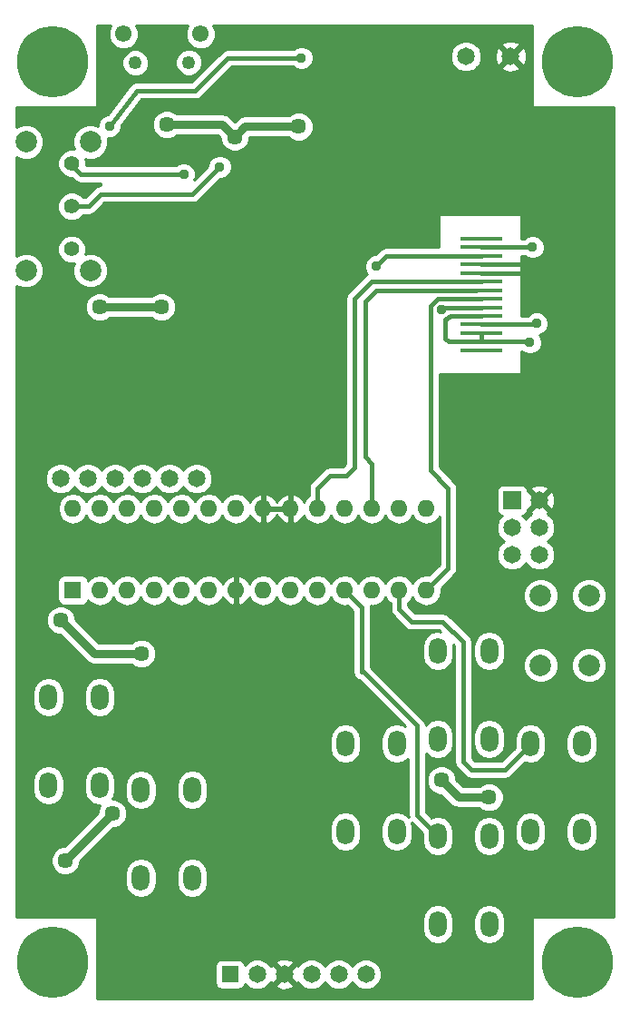
<source format=gbr>
G04 #@! TF.FileFunction,Copper,L2,Bot,Signal*
%FSLAX46Y46*%
G04 Gerber Fmt 4.6, Leading zero omitted, Abs format (unit mm)*
G04 Created by KiCad (PCBNEW 4.0.7) date 03/24/18 20:50:43*
%MOMM*%
%LPD*%
G01*
G04 APERTURE LIST*
%ADD10C,0.100000*%
%ADD11C,1.250000*%
%ADD12C,1.550000*%
%ADD13C,2.000000*%
%ADD14O,1.651000X2.413000*%
%ADD15C,1.651000*%
%ADD16R,1.600000X1.600000*%
%ADD17O,1.600000X1.600000*%
%ADD18C,6.654800*%
%ADD19R,1.524000X1.524000*%
%ADD20R,1.651000X1.651000*%
%ADD21C,1.400000*%
%ADD22R,4.000000X0.400000*%
%ADD23C,0.939800*%
%ADD24C,1.447800*%
%ADD25C,0.399999*%
%ADD26C,0.762000*%
%ADD27C,0.381000*%
%ADD28C,0.254000*%
G04 APERTURE END LIST*
D10*
D11*
X37187500Y-29560500D03*
X42187500Y-29510500D03*
D12*
X36087500Y-26860500D03*
X43287500Y-26860500D03*
D13*
X79557000Y-85725000D03*
X75057000Y-85725000D03*
X79557000Y-79225000D03*
X75057000Y-79225000D03*
D14*
X33870600Y-96937000D03*
X29070600Y-96937000D03*
X33870600Y-88737000D03*
X29070600Y-88737000D03*
X42506600Y-105573000D03*
X37706600Y-105573000D03*
X42506600Y-97373000D03*
X37706600Y-97373000D03*
X65443400Y-84419000D03*
X70243400Y-84419000D03*
X65443400Y-92619000D03*
X70243400Y-92619000D03*
X65443400Y-101691000D03*
X70243400Y-101691000D03*
X65443400Y-109891000D03*
X70243400Y-109891000D03*
X74079400Y-93055000D03*
X78879400Y-93055000D03*
X74079400Y-101255000D03*
X78879400Y-101255000D03*
X61607400Y-101255000D03*
X56807400Y-101255000D03*
X61607400Y-93055000D03*
X56807400Y-93055000D03*
D15*
X68072000Y-28956000D03*
X42926000Y-68326000D03*
X40386000Y-68326000D03*
X37846000Y-68326000D03*
X35306000Y-68326000D03*
X32766000Y-68326000D03*
X30226000Y-68326000D03*
X72263000Y-28956000D03*
D16*
X31369000Y-78740000D03*
D17*
X64389000Y-71120000D03*
X33909000Y-78740000D03*
X61849000Y-71120000D03*
X36449000Y-78740000D03*
X59309000Y-71120000D03*
X38989000Y-78740000D03*
X56769000Y-71120000D03*
X41529000Y-78740000D03*
X54229000Y-71120000D03*
X44069000Y-78740000D03*
X51689000Y-71120000D03*
X46609000Y-78740000D03*
X49149000Y-71120000D03*
X49149000Y-78740000D03*
X46609000Y-71120000D03*
X51689000Y-78740000D03*
X44069000Y-71120000D03*
X54229000Y-78740000D03*
X41529000Y-71120000D03*
X56769000Y-78740000D03*
X38989000Y-71120000D03*
X59309000Y-78740000D03*
X36449000Y-71120000D03*
X61849000Y-78740000D03*
X33909000Y-71120000D03*
X64389000Y-78740000D03*
X31369000Y-71120000D03*
D18*
X29464000Y-29464000D03*
X78486000Y-29464000D03*
X29464000Y-113411000D03*
X78486000Y-113411000D03*
D19*
X46037500Y-114554000D03*
D15*
X48577500Y-114554000D03*
X51117500Y-114554000D03*
X53657500Y-114554000D03*
X56197500Y-114554000D03*
X58737500Y-114554000D03*
D20*
X72390000Y-70358000D03*
D15*
X74930000Y-70358000D03*
X72390000Y-72898000D03*
X74930000Y-72898000D03*
X72390000Y-75438000D03*
X74930000Y-75438000D03*
D21*
X31242000Y-42926000D03*
X31242000Y-46926000D03*
X31242000Y-38926000D03*
D13*
X32992000Y-36926000D03*
X32992000Y-48926000D03*
X26992000Y-48926000D03*
X26992000Y-36926000D03*
D22*
X69494400Y-51555600D03*
X69494400Y-52355600D03*
X69494400Y-53155600D03*
X69494400Y-53955600D03*
X69494400Y-54755600D03*
X69494400Y-55555600D03*
X69494400Y-56355600D03*
X69494400Y-50755600D03*
X69494400Y-49955600D03*
X69494400Y-49155600D03*
X69494400Y-48355600D03*
X69494400Y-47555600D03*
X69494400Y-46755600D03*
X69494400Y-45955600D03*
D23*
X76200000Y-47371000D03*
X80518000Y-89408000D03*
X55118000Y-41656000D03*
X56896000Y-27686000D03*
D24*
X33845500Y-52324000D03*
X39624000Y-52324000D03*
X70231000Y-98044000D03*
X65786000Y-96456500D03*
X30670500Y-103949500D03*
X35052000Y-99568000D03*
X30226000Y-81534000D03*
X37782500Y-84645500D03*
X52451000Y-35496500D03*
X40132000Y-35306000D03*
X46482000Y-36449000D03*
D23*
X74295000Y-46736000D03*
X74041000Y-55626000D03*
X52705000Y-29083000D03*
X34798000Y-35433000D03*
X41719500Y-39941500D03*
X74676000Y-53848000D03*
X45085000Y-39243000D03*
X65786000Y-52578000D03*
X59690000Y-48514000D03*
D25*
X69494400Y-49155600D02*
X73526400Y-49155600D01*
X73526400Y-49155600D02*
X73660000Y-49022000D01*
X69494400Y-48355600D02*
X73564400Y-48355600D01*
X73564400Y-48355600D02*
X73660000Y-48260000D01*
D26*
X33845500Y-52324000D02*
X39116000Y-52324000D01*
X70231000Y-98044000D02*
X67373500Y-98044000D01*
X67373500Y-98044000D02*
X65786000Y-96456500D01*
X35052000Y-99568000D02*
X30670500Y-103949500D01*
X33337500Y-84645500D02*
X30226000Y-81534000D01*
X37782500Y-84645500D02*
X33337500Y-84645500D01*
X46482000Y-36449000D02*
X47434500Y-35496500D01*
X47434500Y-35496500D02*
X52451000Y-35496500D01*
X46482000Y-36449000D02*
X45339000Y-35306000D01*
X45339000Y-35306000D02*
X40132000Y-35306000D01*
D25*
X69494400Y-54755600D02*
X69494400Y-55555600D01*
X69494400Y-53155600D02*
X66605400Y-53155600D01*
X66477600Y-55555600D02*
X69621400Y-55555600D01*
X66167000Y-55245000D02*
X66477600Y-55555600D01*
X66167000Y-53467000D02*
X66167000Y-55245000D01*
X66605400Y-53155600D02*
X66167000Y-53467000D01*
X69494400Y-46755600D02*
X74275400Y-46755600D01*
X74275400Y-46755600D02*
X74295000Y-46736000D01*
X69621400Y-55555600D02*
X73970600Y-55555600D01*
X73970600Y-55555600D02*
X74041000Y-55626000D01*
D27*
X30797500Y-46862500D02*
X31115500Y-46862500D01*
X31115500Y-46862500D02*
X31242000Y-46736000D01*
X45847000Y-29083000D02*
X52705000Y-29083000D01*
X42799000Y-32131000D02*
X45847000Y-29083000D01*
X37338000Y-32131000D02*
X42799000Y-32131000D01*
X34798000Y-35433000D02*
X37338000Y-32131000D01*
X31242000Y-38926000D02*
X31242000Y-39116000D01*
X31242000Y-39116000D02*
X32067500Y-39941500D01*
X32067500Y-39941500D02*
X41719500Y-39941500D01*
D25*
X54229000Y-71120000D02*
X54229000Y-69215000D01*
X59264400Y-49955600D02*
X69494400Y-49955600D01*
X57658000Y-51562000D02*
X59264400Y-49955600D01*
X57658000Y-67310000D02*
X57658000Y-51562000D01*
X56896000Y-68072000D02*
X57658000Y-67310000D01*
X55372000Y-68072000D02*
X56896000Y-68072000D01*
X54229000Y-69215000D02*
X55372000Y-68072000D01*
X59309000Y-71120000D02*
X59309000Y-66929000D01*
X59734400Y-50755600D02*
X68986400Y-50755600D01*
X58674000Y-51816000D02*
X59734400Y-50755600D01*
X58674000Y-66294000D02*
X58674000Y-51816000D01*
X59309000Y-66929000D02*
X58674000Y-66294000D01*
X69494400Y-53955600D02*
X74568400Y-53955600D01*
X74568400Y-53955600D02*
X74676000Y-53848000D01*
D27*
X31242000Y-42926000D02*
X32829500Y-42926000D01*
X42545000Y-41783000D02*
X45085000Y-39243000D01*
X33972500Y-41783000D02*
X42545000Y-41783000D01*
X32829500Y-42926000D02*
X33972500Y-41783000D01*
X30797500Y-43243500D02*
X30797500Y-42735500D01*
X63500000Y-99504500D02*
X63500000Y-99747600D01*
X58356500Y-80327500D02*
X58356500Y-86360000D01*
X58356500Y-86360000D02*
X58483500Y-86360000D01*
X58483500Y-86360000D02*
X63500000Y-91376500D01*
X63500000Y-91376500D02*
X63500000Y-99504500D01*
X56769000Y-78740000D02*
X58356500Y-80327500D01*
X63500000Y-99747600D02*
X65443400Y-101691000D01*
X74079400Y-93055000D02*
X74204000Y-93055000D01*
X61849000Y-80518000D02*
X61849000Y-78740000D01*
X62992000Y-81661000D02*
X61849000Y-80518000D01*
X65913000Y-81661000D02*
X62992000Y-81661000D01*
X67818000Y-83566000D02*
X65913000Y-81661000D01*
X67818000Y-94742000D02*
X67818000Y-83566000D01*
X68580000Y-95504000D02*
X67818000Y-94742000D01*
X71755000Y-95504000D02*
X68580000Y-95504000D01*
X74204000Y-93055000D02*
X71755000Y-95504000D01*
D25*
X69494400Y-52355600D02*
X66008400Y-52355600D01*
X66008400Y-52355600D02*
X65786000Y-52578000D01*
X60648400Y-47555600D02*
X69494400Y-47555600D01*
X59690000Y-48514000D02*
X60648400Y-47555600D01*
X69494400Y-51555600D02*
X65411400Y-51555600D01*
X66421000Y-76708000D02*
X64389000Y-78740000D01*
X66421000Y-69215000D02*
X66421000Y-76708000D01*
X64770000Y-67564000D02*
X66421000Y-69215000D01*
X64770000Y-52197000D02*
X64770000Y-67564000D01*
X65411400Y-51555600D02*
X64770000Y-52197000D01*
D28*
G36*
X34677745Y-26578803D02*
X34677255Y-27139736D01*
X34891463Y-27658158D01*
X35287756Y-28055143D01*
X35805803Y-28270255D01*
X36366736Y-28270745D01*
X36885158Y-28056537D01*
X37282143Y-27660244D01*
X37497255Y-27142197D01*
X37497745Y-26581264D01*
X37292693Y-26085000D01*
X42082790Y-26085000D01*
X41877745Y-26578803D01*
X41877255Y-27139736D01*
X42091463Y-27658158D01*
X42487756Y-28055143D01*
X43005803Y-28270255D01*
X43566736Y-28270745D01*
X44085158Y-28056537D01*
X44482143Y-27660244D01*
X44697255Y-27142197D01*
X44697745Y-26581264D01*
X44492693Y-26085000D01*
X74295000Y-26085000D01*
X74295000Y-33528000D01*
X74303685Y-33574159D01*
X74330965Y-33616553D01*
X74372590Y-33644994D01*
X74422000Y-33655000D01*
X81865000Y-33655000D01*
X81865000Y-109220000D01*
X74422000Y-109220000D01*
X74375841Y-109228685D01*
X74333447Y-109255965D01*
X74305006Y-109297590D01*
X74295000Y-109347000D01*
X74295000Y-116790000D01*
X33655000Y-116790000D01*
X33655000Y-113792000D01*
X44628060Y-113792000D01*
X44628060Y-115316000D01*
X44672338Y-115551317D01*
X44811410Y-115767441D01*
X45023610Y-115912431D01*
X45275500Y-115963440D01*
X46799500Y-115963440D01*
X47034817Y-115919162D01*
X47250941Y-115780090D01*
X47395931Y-115567890D01*
X47417860Y-115459599D01*
X47749113Y-115791430D01*
X48285714Y-116014246D01*
X48866737Y-116014753D01*
X49403726Y-115792874D01*
X49616756Y-115580215D01*
X50270890Y-115580215D01*
X50348156Y-115828976D01*
X50894631Y-116026340D01*
X51475035Y-115999553D01*
X51886844Y-115828976D01*
X51964110Y-115580215D01*
X51117500Y-114733605D01*
X50270890Y-115580215D01*
X49616756Y-115580215D01*
X49814930Y-115382387D01*
X49840987Y-115319634D01*
X49842524Y-115323344D01*
X50091285Y-115400610D01*
X50937895Y-114554000D01*
X51297105Y-114554000D01*
X52143715Y-115400610D01*
X52392476Y-115323344D01*
X52393711Y-115319926D01*
X52418626Y-115380226D01*
X52829113Y-115791430D01*
X53365714Y-116014246D01*
X53946737Y-116014753D01*
X54483726Y-115792874D01*
X54894930Y-115382387D01*
X54927304Y-115304421D01*
X54958626Y-115380226D01*
X55369113Y-115791430D01*
X55905714Y-116014246D01*
X56486737Y-116014753D01*
X57023726Y-115792874D01*
X57434930Y-115382387D01*
X57467304Y-115304421D01*
X57498626Y-115380226D01*
X57909113Y-115791430D01*
X58445714Y-116014246D01*
X59026737Y-116014753D01*
X59563726Y-115792874D01*
X59974930Y-115382387D01*
X60197746Y-114845786D01*
X60198253Y-114264763D01*
X59976374Y-113727774D01*
X59565887Y-113316570D01*
X59029286Y-113093754D01*
X58448263Y-113093247D01*
X57911274Y-113315126D01*
X57500070Y-113725613D01*
X57467696Y-113803579D01*
X57436374Y-113727774D01*
X57025887Y-113316570D01*
X56489286Y-113093754D01*
X55908263Y-113093247D01*
X55371274Y-113315126D01*
X54960070Y-113725613D01*
X54927696Y-113803579D01*
X54896374Y-113727774D01*
X54485887Y-113316570D01*
X53949286Y-113093754D01*
X53368263Y-113093247D01*
X52831274Y-113315126D01*
X52420070Y-113725613D01*
X52394013Y-113788366D01*
X52392476Y-113784656D01*
X52143715Y-113707390D01*
X51297105Y-114554000D01*
X50937895Y-114554000D01*
X50091285Y-113707390D01*
X49842524Y-113784656D01*
X49841289Y-113788074D01*
X49816374Y-113727774D01*
X49616734Y-113527785D01*
X50270890Y-113527785D01*
X51117500Y-114374395D01*
X51964110Y-113527785D01*
X51886844Y-113279024D01*
X51340369Y-113081660D01*
X50759965Y-113108447D01*
X50348156Y-113279024D01*
X50270890Y-113527785D01*
X49616734Y-113527785D01*
X49405887Y-113316570D01*
X48869286Y-113093754D01*
X48288263Y-113093247D01*
X47751274Y-113315126D01*
X47419524Y-113646297D01*
X47402662Y-113556683D01*
X47263590Y-113340559D01*
X47051390Y-113195569D01*
X46799500Y-113144560D01*
X45275500Y-113144560D01*
X45040183Y-113188838D01*
X44824059Y-113327910D01*
X44679069Y-113540110D01*
X44628060Y-113792000D01*
X33655000Y-113792000D01*
X33655000Y-109473923D01*
X63982900Y-109473923D01*
X63982900Y-110308077D01*
X64094074Y-110866986D01*
X64410671Y-111340806D01*
X64884491Y-111657403D01*
X65443400Y-111768577D01*
X66002309Y-111657403D01*
X66476129Y-111340806D01*
X66792726Y-110866986D01*
X66903900Y-110308077D01*
X66903900Y-109473923D01*
X68782900Y-109473923D01*
X68782900Y-110308077D01*
X68894074Y-110866986D01*
X69210671Y-111340806D01*
X69684491Y-111657403D01*
X70243400Y-111768577D01*
X70802309Y-111657403D01*
X71276129Y-111340806D01*
X71592726Y-110866986D01*
X71703900Y-110308077D01*
X71703900Y-109473923D01*
X71592726Y-108915014D01*
X71276129Y-108441194D01*
X70802309Y-108124597D01*
X70243400Y-108013423D01*
X69684491Y-108124597D01*
X69210671Y-108441194D01*
X68894074Y-108915014D01*
X68782900Y-109473923D01*
X66903900Y-109473923D01*
X66792726Y-108915014D01*
X66476129Y-108441194D01*
X66002309Y-108124597D01*
X65443400Y-108013423D01*
X64884491Y-108124597D01*
X64410671Y-108441194D01*
X64094074Y-108915014D01*
X63982900Y-109473923D01*
X33655000Y-109473923D01*
X33655000Y-109347000D01*
X33646315Y-109300841D01*
X33619035Y-109258447D01*
X33577410Y-109230006D01*
X33528000Y-109220000D01*
X26085000Y-109220000D01*
X26085000Y-104218616D01*
X29311365Y-104218616D01*
X29517809Y-104718249D01*
X29899740Y-105100847D01*
X30399012Y-105308163D01*
X30939616Y-105308635D01*
X31309207Y-105155923D01*
X36246100Y-105155923D01*
X36246100Y-105990077D01*
X36357274Y-106548986D01*
X36673871Y-107022806D01*
X37147691Y-107339403D01*
X37706600Y-107450577D01*
X38265509Y-107339403D01*
X38739329Y-107022806D01*
X39055926Y-106548986D01*
X39167100Y-105990077D01*
X39167100Y-105155923D01*
X41046100Y-105155923D01*
X41046100Y-105990077D01*
X41157274Y-106548986D01*
X41473871Y-107022806D01*
X41947691Y-107339403D01*
X42506600Y-107450577D01*
X43065509Y-107339403D01*
X43539329Y-107022806D01*
X43855926Y-106548986D01*
X43967100Y-105990077D01*
X43967100Y-105155923D01*
X43855926Y-104597014D01*
X43539329Y-104123194D01*
X43065509Y-103806597D01*
X42506600Y-103695423D01*
X41947691Y-103806597D01*
X41473871Y-104123194D01*
X41157274Y-104597014D01*
X41046100Y-105155923D01*
X39167100Y-105155923D01*
X39055926Y-104597014D01*
X38739329Y-104123194D01*
X38265509Y-103806597D01*
X37706600Y-103695423D01*
X37147691Y-103806597D01*
X36673871Y-104123194D01*
X36357274Y-104597014D01*
X36246100Y-105155923D01*
X31309207Y-105155923D01*
X31439249Y-105102191D01*
X31821847Y-104720260D01*
X32029163Y-104220988D01*
X32029332Y-104027508D01*
X35129873Y-100926968D01*
X35321116Y-100927135D01*
X35537025Y-100837923D01*
X55346900Y-100837923D01*
X55346900Y-101672077D01*
X55458074Y-102230986D01*
X55774671Y-102704806D01*
X56248491Y-103021403D01*
X56807400Y-103132577D01*
X57366309Y-103021403D01*
X57840129Y-102704806D01*
X58156726Y-102230986D01*
X58267900Y-101672077D01*
X58267900Y-100837923D01*
X58156726Y-100279014D01*
X57840129Y-99805194D01*
X57366309Y-99488597D01*
X56807400Y-99377423D01*
X56248491Y-99488597D01*
X55774671Y-99805194D01*
X55458074Y-100279014D01*
X55346900Y-100837923D01*
X35537025Y-100837923D01*
X35820749Y-100720691D01*
X36203347Y-100338760D01*
X36410663Y-99839488D01*
X36411135Y-99298884D01*
X36204691Y-98799251D01*
X35822760Y-98416653D01*
X35323488Y-98209337D01*
X35022086Y-98209074D01*
X35219926Y-97912986D01*
X35331100Y-97354077D01*
X35331100Y-96955923D01*
X36246100Y-96955923D01*
X36246100Y-97790077D01*
X36357274Y-98348986D01*
X36673871Y-98822806D01*
X37147691Y-99139403D01*
X37706600Y-99250577D01*
X38265509Y-99139403D01*
X38739329Y-98822806D01*
X39055926Y-98348986D01*
X39167100Y-97790077D01*
X39167100Y-96955923D01*
X41046100Y-96955923D01*
X41046100Y-97790077D01*
X41157274Y-98348986D01*
X41473871Y-98822806D01*
X41947691Y-99139403D01*
X42506600Y-99250577D01*
X43065509Y-99139403D01*
X43539329Y-98822806D01*
X43855926Y-98348986D01*
X43967100Y-97790077D01*
X43967100Y-96955923D01*
X43855926Y-96397014D01*
X43539329Y-95923194D01*
X43065509Y-95606597D01*
X42506600Y-95495423D01*
X41947691Y-95606597D01*
X41473871Y-95923194D01*
X41157274Y-96397014D01*
X41046100Y-96955923D01*
X39167100Y-96955923D01*
X39055926Y-96397014D01*
X38739329Y-95923194D01*
X38265509Y-95606597D01*
X37706600Y-95495423D01*
X37147691Y-95606597D01*
X36673871Y-95923194D01*
X36357274Y-96397014D01*
X36246100Y-96955923D01*
X35331100Y-96955923D01*
X35331100Y-96519923D01*
X35219926Y-95961014D01*
X34903329Y-95487194D01*
X34429509Y-95170597D01*
X33870600Y-95059423D01*
X33311691Y-95170597D01*
X32837871Y-95487194D01*
X32521274Y-95961014D01*
X32410100Y-96519923D01*
X32410100Y-97354077D01*
X32521274Y-97912986D01*
X32837871Y-98386806D01*
X33311691Y-98703403D01*
X33870600Y-98814577D01*
X33895512Y-98809622D01*
X33693337Y-99296512D01*
X33693168Y-99489991D01*
X30592628Y-102590532D01*
X30401384Y-102590365D01*
X29901751Y-102796809D01*
X29519153Y-103178740D01*
X29311837Y-103678012D01*
X29311365Y-104218616D01*
X26085000Y-104218616D01*
X26085000Y-96519923D01*
X27610100Y-96519923D01*
X27610100Y-97354077D01*
X27721274Y-97912986D01*
X28037871Y-98386806D01*
X28511691Y-98703403D01*
X29070600Y-98814577D01*
X29629509Y-98703403D01*
X30103329Y-98386806D01*
X30419926Y-97912986D01*
X30531100Y-97354077D01*
X30531100Y-96519923D01*
X30419926Y-95961014D01*
X30103329Y-95487194D01*
X29629509Y-95170597D01*
X29070600Y-95059423D01*
X28511691Y-95170597D01*
X28037871Y-95487194D01*
X27721274Y-95961014D01*
X27610100Y-96519923D01*
X26085000Y-96519923D01*
X26085000Y-92637923D01*
X55346900Y-92637923D01*
X55346900Y-93472077D01*
X55458074Y-94030986D01*
X55774671Y-94504806D01*
X56248491Y-94821403D01*
X56807400Y-94932577D01*
X57366309Y-94821403D01*
X57840129Y-94504806D01*
X58156726Y-94030986D01*
X58267900Y-93472077D01*
X58267900Y-92637923D01*
X58156726Y-92079014D01*
X57840129Y-91605194D01*
X57366309Y-91288597D01*
X56807400Y-91177423D01*
X56248491Y-91288597D01*
X55774671Y-91605194D01*
X55458074Y-92079014D01*
X55346900Y-92637923D01*
X26085000Y-92637923D01*
X26085000Y-88319923D01*
X27610100Y-88319923D01*
X27610100Y-89154077D01*
X27721274Y-89712986D01*
X28037871Y-90186806D01*
X28511691Y-90503403D01*
X29070600Y-90614577D01*
X29629509Y-90503403D01*
X30103329Y-90186806D01*
X30419926Y-89712986D01*
X30531100Y-89154077D01*
X30531100Y-88319923D01*
X32410100Y-88319923D01*
X32410100Y-89154077D01*
X32521274Y-89712986D01*
X32837871Y-90186806D01*
X33311691Y-90503403D01*
X33870600Y-90614577D01*
X34429509Y-90503403D01*
X34903329Y-90186806D01*
X35219926Y-89712986D01*
X35331100Y-89154077D01*
X35331100Y-88319923D01*
X35219926Y-87761014D01*
X34903329Y-87287194D01*
X34429509Y-86970597D01*
X33870600Y-86859423D01*
X33311691Y-86970597D01*
X32837871Y-87287194D01*
X32521274Y-87761014D01*
X32410100Y-88319923D01*
X30531100Y-88319923D01*
X30419926Y-87761014D01*
X30103329Y-87287194D01*
X29629509Y-86970597D01*
X29070600Y-86859423D01*
X28511691Y-86970597D01*
X28037871Y-87287194D01*
X27721274Y-87761014D01*
X27610100Y-88319923D01*
X26085000Y-88319923D01*
X26085000Y-81803116D01*
X28866865Y-81803116D01*
X29073309Y-82302749D01*
X29455240Y-82685347D01*
X29954512Y-82892663D01*
X30147992Y-82892832D01*
X32619079Y-85363920D01*
X32839321Y-85511081D01*
X32948694Y-85584162D01*
X33337500Y-85661500D01*
X36876629Y-85661500D01*
X37011740Y-85796847D01*
X37511012Y-86004163D01*
X38051616Y-86004635D01*
X38551249Y-85798191D01*
X38933847Y-85416260D01*
X39141163Y-84916988D01*
X39141635Y-84376384D01*
X38935191Y-83876751D01*
X38553260Y-83494153D01*
X38053988Y-83286837D01*
X37513384Y-83286365D01*
X37013751Y-83492809D01*
X36876821Y-83629500D01*
X33758341Y-83629500D01*
X31584968Y-81456128D01*
X31585135Y-81264884D01*
X31378691Y-80765251D01*
X30996760Y-80382653D01*
X30497488Y-80175337D01*
X29956884Y-80174865D01*
X29457251Y-80381309D01*
X29074653Y-80763240D01*
X28867337Y-81262512D01*
X28866865Y-81803116D01*
X26085000Y-81803116D01*
X26085000Y-77940000D01*
X29921560Y-77940000D01*
X29921560Y-79540000D01*
X29965838Y-79775317D01*
X30104910Y-79991441D01*
X30317110Y-80136431D01*
X30569000Y-80187440D01*
X32169000Y-80187440D01*
X32404317Y-80143162D01*
X32620441Y-80004090D01*
X32765431Y-79791890D01*
X32796815Y-79636911D01*
X32894302Y-79782811D01*
X33359849Y-80093880D01*
X33909000Y-80203113D01*
X34458151Y-80093880D01*
X34923698Y-79782811D01*
X35179000Y-79400725D01*
X35434302Y-79782811D01*
X35899849Y-80093880D01*
X36449000Y-80203113D01*
X36998151Y-80093880D01*
X37463698Y-79782811D01*
X37719000Y-79400725D01*
X37974302Y-79782811D01*
X38439849Y-80093880D01*
X38989000Y-80203113D01*
X39538151Y-80093880D01*
X40003698Y-79782811D01*
X40259000Y-79400725D01*
X40514302Y-79782811D01*
X40979849Y-80093880D01*
X41529000Y-80203113D01*
X42078151Y-80093880D01*
X42543698Y-79782811D01*
X42799000Y-79400725D01*
X43054302Y-79782811D01*
X43519849Y-80093880D01*
X44069000Y-80203113D01*
X44618151Y-80093880D01*
X45083698Y-79782811D01*
X45353986Y-79378297D01*
X45456611Y-79595134D01*
X45871577Y-79971041D01*
X46259961Y-80131904D01*
X46482000Y-80009915D01*
X46482000Y-78867000D01*
X46462000Y-78867000D01*
X46462000Y-78613000D01*
X46482000Y-78613000D01*
X46482000Y-77470085D01*
X46736000Y-77470085D01*
X46736000Y-78613000D01*
X46756000Y-78613000D01*
X46756000Y-78867000D01*
X46736000Y-78867000D01*
X46736000Y-80009915D01*
X46958039Y-80131904D01*
X47346423Y-79971041D01*
X47761389Y-79595134D01*
X47864014Y-79378297D01*
X48134302Y-79782811D01*
X48599849Y-80093880D01*
X49149000Y-80203113D01*
X49698151Y-80093880D01*
X50163698Y-79782811D01*
X50419000Y-79400725D01*
X50674302Y-79782811D01*
X51139849Y-80093880D01*
X51689000Y-80203113D01*
X52238151Y-80093880D01*
X52703698Y-79782811D01*
X52959000Y-79400725D01*
X53214302Y-79782811D01*
X53679849Y-80093880D01*
X54229000Y-80203113D01*
X54778151Y-80093880D01*
X55243698Y-79782811D01*
X55499000Y-79400725D01*
X55754302Y-79782811D01*
X56219849Y-80093880D01*
X56769000Y-80203113D01*
X57015623Y-80154057D01*
X57531000Y-80669434D01*
X57531000Y-86360000D01*
X57593837Y-86675905D01*
X57772783Y-86943717D01*
X58040595Y-87122663D01*
X58088198Y-87132132D01*
X62402446Y-91446379D01*
X62166309Y-91288597D01*
X61607400Y-91177423D01*
X61048491Y-91288597D01*
X60574671Y-91605194D01*
X60258074Y-92079014D01*
X60146900Y-92637923D01*
X60146900Y-93472077D01*
X60258074Y-94030986D01*
X60574671Y-94504806D01*
X61048491Y-94821403D01*
X61607400Y-94932577D01*
X62166309Y-94821403D01*
X62640129Y-94504806D01*
X62674500Y-94453366D01*
X62674500Y-99747600D01*
X62705381Y-99902850D01*
X62640129Y-99805194D01*
X62166309Y-99488597D01*
X61607400Y-99377423D01*
X61048491Y-99488597D01*
X60574671Y-99805194D01*
X60258074Y-100279014D01*
X60146900Y-100837923D01*
X60146900Y-101672077D01*
X60258074Y-102230986D01*
X60574671Y-102704806D01*
X61048491Y-103021403D01*
X61607400Y-103132577D01*
X62166309Y-103021403D01*
X62640129Y-102704806D01*
X62956726Y-102230986D01*
X63067900Y-101672077D01*
X63067900Y-100837923D01*
X62979755Y-100394789D01*
X63982900Y-101397933D01*
X63982900Y-102108077D01*
X64094074Y-102666986D01*
X64410671Y-103140806D01*
X64884491Y-103457403D01*
X65443400Y-103568577D01*
X66002309Y-103457403D01*
X66476129Y-103140806D01*
X66792726Y-102666986D01*
X66903900Y-102108077D01*
X66903900Y-101273923D01*
X68782900Y-101273923D01*
X68782900Y-102108077D01*
X68894074Y-102666986D01*
X69210671Y-103140806D01*
X69684491Y-103457403D01*
X70243400Y-103568577D01*
X70802309Y-103457403D01*
X71276129Y-103140806D01*
X71592726Y-102666986D01*
X71703900Y-102108077D01*
X71703900Y-101273923D01*
X71617175Y-100837923D01*
X72618900Y-100837923D01*
X72618900Y-101672077D01*
X72730074Y-102230986D01*
X73046671Y-102704806D01*
X73520491Y-103021403D01*
X74079400Y-103132577D01*
X74638309Y-103021403D01*
X75112129Y-102704806D01*
X75428726Y-102230986D01*
X75539900Y-101672077D01*
X75539900Y-100837923D01*
X77418900Y-100837923D01*
X77418900Y-101672077D01*
X77530074Y-102230986D01*
X77846671Y-102704806D01*
X78320491Y-103021403D01*
X78879400Y-103132577D01*
X79438309Y-103021403D01*
X79912129Y-102704806D01*
X80228726Y-102230986D01*
X80339900Y-101672077D01*
X80339900Y-100837923D01*
X80228726Y-100279014D01*
X79912129Y-99805194D01*
X79438309Y-99488597D01*
X78879400Y-99377423D01*
X78320491Y-99488597D01*
X77846671Y-99805194D01*
X77530074Y-100279014D01*
X77418900Y-100837923D01*
X75539900Y-100837923D01*
X75428726Y-100279014D01*
X75112129Y-99805194D01*
X74638309Y-99488597D01*
X74079400Y-99377423D01*
X73520491Y-99488597D01*
X73046671Y-99805194D01*
X72730074Y-100279014D01*
X72618900Y-100837923D01*
X71617175Y-100837923D01*
X71592726Y-100715014D01*
X71276129Y-100241194D01*
X70802309Y-99924597D01*
X70243400Y-99813423D01*
X69684491Y-99924597D01*
X69210671Y-100241194D01*
X68894074Y-100715014D01*
X68782900Y-101273923D01*
X66903900Y-101273923D01*
X66792726Y-100715014D01*
X66476129Y-100241194D01*
X66002309Y-99924597D01*
X65443400Y-99813423D01*
X64884491Y-99924597D01*
X64860477Y-99940643D01*
X64325500Y-99405666D01*
X64325500Y-96725616D01*
X64426865Y-96725616D01*
X64633309Y-97225249D01*
X65015240Y-97607847D01*
X65514512Y-97815163D01*
X65707992Y-97815332D01*
X66655079Y-98762420D01*
X66984693Y-98982662D01*
X67049200Y-98995493D01*
X67373500Y-99060000D01*
X69325129Y-99060000D01*
X69460240Y-99195347D01*
X69959512Y-99402663D01*
X70500116Y-99403135D01*
X70999749Y-99196691D01*
X71382347Y-98814760D01*
X71589663Y-98315488D01*
X71590135Y-97774884D01*
X71383691Y-97275251D01*
X71001760Y-96892653D01*
X70502488Y-96685337D01*
X69961884Y-96684865D01*
X69462251Y-96891309D01*
X69325321Y-97028000D01*
X67794341Y-97028000D01*
X67144968Y-96378628D01*
X67145135Y-96187384D01*
X66938691Y-95687751D01*
X66556760Y-95305153D01*
X66057488Y-95097837D01*
X65516884Y-95097365D01*
X65017251Y-95303809D01*
X64634653Y-95685740D01*
X64427337Y-96185012D01*
X64426865Y-96725616D01*
X64325500Y-96725616D01*
X64325500Y-93941339D01*
X64410671Y-94068806D01*
X64884491Y-94385403D01*
X65443400Y-94496577D01*
X66002309Y-94385403D01*
X66476129Y-94068806D01*
X66792726Y-93594986D01*
X66903900Y-93036077D01*
X66903900Y-92201923D01*
X66792726Y-91643014D01*
X66476129Y-91169194D01*
X66002309Y-90852597D01*
X65443400Y-90741423D01*
X64884491Y-90852597D01*
X64410671Y-91169194D01*
X64313262Y-91314976D01*
X64308015Y-91288597D01*
X64262663Y-91060594D01*
X64123683Y-90852597D01*
X64083717Y-90792783D01*
X64083714Y-90792781D01*
X59182000Y-85891066D01*
X59182000Y-80327500D01*
X59151007Y-80171686D01*
X59309000Y-80203113D01*
X59858151Y-80093880D01*
X60323698Y-79782811D01*
X60579000Y-79400725D01*
X60834302Y-79782811D01*
X61023500Y-79909229D01*
X61023500Y-80518000D01*
X61086337Y-80833906D01*
X61265283Y-81101717D01*
X62408283Y-82244717D01*
X62676094Y-82423663D01*
X62992000Y-82486500D01*
X65571066Y-82486500D01*
X65671326Y-82586760D01*
X65443400Y-82541423D01*
X64884491Y-82652597D01*
X64410671Y-82969194D01*
X64094074Y-83443014D01*
X63982900Y-84001923D01*
X63982900Y-84836077D01*
X64094074Y-85394986D01*
X64410671Y-85868806D01*
X64884491Y-86185403D01*
X65443400Y-86296577D01*
X66002309Y-86185403D01*
X66476129Y-85868806D01*
X66792726Y-85394986D01*
X66903900Y-84836077D01*
X66903900Y-84001923D01*
X66858563Y-83773997D01*
X66992500Y-83907934D01*
X66992500Y-94742000D01*
X67055337Y-95057906D01*
X67234283Y-95325717D01*
X67996281Y-96087714D01*
X67996283Y-96087717D01*
X68264095Y-96266663D01*
X68580000Y-96329501D01*
X68580005Y-96329500D01*
X71755000Y-96329500D01*
X72070906Y-96266663D01*
X72338717Y-96087717D01*
X73591005Y-94835429D01*
X74079400Y-94932577D01*
X74638309Y-94821403D01*
X75112129Y-94504806D01*
X75428726Y-94030986D01*
X75539900Y-93472077D01*
X75539900Y-92637923D01*
X77418900Y-92637923D01*
X77418900Y-93472077D01*
X77530074Y-94030986D01*
X77846671Y-94504806D01*
X78320491Y-94821403D01*
X78879400Y-94932577D01*
X79438309Y-94821403D01*
X79912129Y-94504806D01*
X80228726Y-94030986D01*
X80339900Y-93472077D01*
X80339900Y-92637923D01*
X80228726Y-92079014D01*
X79912129Y-91605194D01*
X79438309Y-91288597D01*
X78879400Y-91177423D01*
X78320491Y-91288597D01*
X77846671Y-91605194D01*
X77530074Y-92079014D01*
X77418900Y-92637923D01*
X75539900Y-92637923D01*
X75428726Y-92079014D01*
X75112129Y-91605194D01*
X74638309Y-91288597D01*
X74079400Y-91177423D01*
X73520491Y-91288597D01*
X73046671Y-91605194D01*
X72730074Y-92079014D01*
X72618900Y-92637923D01*
X72618900Y-93472077D01*
X72618998Y-93472568D01*
X71413066Y-94678500D01*
X68921933Y-94678500D01*
X68643500Y-94400066D01*
X68643500Y-92201923D01*
X68782900Y-92201923D01*
X68782900Y-93036077D01*
X68894074Y-93594986D01*
X69210671Y-94068806D01*
X69684491Y-94385403D01*
X70243400Y-94496577D01*
X70802309Y-94385403D01*
X71276129Y-94068806D01*
X71592726Y-93594986D01*
X71703900Y-93036077D01*
X71703900Y-92201923D01*
X71592726Y-91643014D01*
X71276129Y-91169194D01*
X70802309Y-90852597D01*
X70243400Y-90741423D01*
X69684491Y-90852597D01*
X69210671Y-91169194D01*
X68894074Y-91643014D01*
X68782900Y-92201923D01*
X68643500Y-92201923D01*
X68643500Y-84001923D01*
X68782900Y-84001923D01*
X68782900Y-84836077D01*
X68894074Y-85394986D01*
X69210671Y-85868806D01*
X69684491Y-86185403D01*
X70243400Y-86296577D01*
X70802309Y-86185403D01*
X71006756Y-86048795D01*
X73421716Y-86048795D01*
X73670106Y-86649943D01*
X74129637Y-87110278D01*
X74730352Y-87359716D01*
X75380795Y-87360284D01*
X75981943Y-87111894D01*
X76442278Y-86652363D01*
X76691716Y-86051648D01*
X76691718Y-86048795D01*
X77921716Y-86048795D01*
X78170106Y-86649943D01*
X78629637Y-87110278D01*
X79230352Y-87359716D01*
X79880795Y-87360284D01*
X80481943Y-87111894D01*
X80942278Y-86652363D01*
X81191716Y-86051648D01*
X81192284Y-85401205D01*
X80943894Y-84800057D01*
X80484363Y-84339722D01*
X79883648Y-84090284D01*
X79233205Y-84089716D01*
X78632057Y-84338106D01*
X78171722Y-84797637D01*
X77922284Y-85398352D01*
X77921716Y-86048795D01*
X76691718Y-86048795D01*
X76692284Y-85401205D01*
X76443894Y-84800057D01*
X75984363Y-84339722D01*
X75383648Y-84090284D01*
X74733205Y-84089716D01*
X74132057Y-84338106D01*
X73671722Y-84797637D01*
X73422284Y-85398352D01*
X73421716Y-86048795D01*
X71006756Y-86048795D01*
X71276129Y-85868806D01*
X71592726Y-85394986D01*
X71703900Y-84836077D01*
X71703900Y-84001923D01*
X71592726Y-83443014D01*
X71276129Y-82969194D01*
X70802309Y-82652597D01*
X70243400Y-82541423D01*
X69684491Y-82652597D01*
X69210671Y-82969194D01*
X68894074Y-83443014D01*
X68782900Y-84001923D01*
X68643500Y-84001923D01*
X68643500Y-83566005D01*
X68643501Y-83566000D01*
X68580663Y-83250095D01*
X68401717Y-82982283D01*
X66496717Y-81077283D01*
X66228906Y-80898337D01*
X65913000Y-80835500D01*
X63333934Y-80835500D01*
X62674500Y-80176066D01*
X62674500Y-79909229D01*
X62863698Y-79782811D01*
X63119000Y-79400725D01*
X63374302Y-79782811D01*
X63839849Y-80093880D01*
X64389000Y-80203113D01*
X64938151Y-80093880D01*
X65403698Y-79782811D01*
X65560062Y-79548795D01*
X73421716Y-79548795D01*
X73670106Y-80149943D01*
X74129637Y-80610278D01*
X74730352Y-80859716D01*
X75380795Y-80860284D01*
X75981943Y-80611894D01*
X76442278Y-80152363D01*
X76691716Y-79551648D01*
X76691718Y-79548795D01*
X77921716Y-79548795D01*
X78170106Y-80149943D01*
X78629637Y-80610278D01*
X79230352Y-80859716D01*
X79880795Y-80860284D01*
X80481943Y-80611894D01*
X80942278Y-80152363D01*
X81191716Y-79551648D01*
X81192284Y-78901205D01*
X80943894Y-78300057D01*
X80484363Y-77839722D01*
X79883648Y-77590284D01*
X79233205Y-77589716D01*
X78632057Y-77838106D01*
X78171722Y-78297637D01*
X77922284Y-78898352D01*
X77921716Y-79548795D01*
X76691718Y-79548795D01*
X76692284Y-78901205D01*
X76443894Y-78300057D01*
X75984363Y-77839722D01*
X75383648Y-77590284D01*
X74733205Y-77589716D01*
X74132057Y-77838106D01*
X73671722Y-78297637D01*
X73422284Y-78898352D01*
X73421716Y-79548795D01*
X65560062Y-79548795D01*
X65714767Y-79317264D01*
X65824000Y-78768113D01*
X65824000Y-78711887D01*
X65786501Y-78523365D01*
X67011433Y-77298433D01*
X67192438Y-77027540D01*
X67255999Y-76708000D01*
X67255999Y-69532500D01*
X70917060Y-69532500D01*
X70917060Y-71183500D01*
X70961338Y-71418817D01*
X71100410Y-71634941D01*
X71312610Y-71779931D01*
X71420809Y-71801842D01*
X71152570Y-72069613D01*
X70929754Y-72606214D01*
X70929247Y-73187237D01*
X71151126Y-73724226D01*
X71561613Y-74135430D01*
X71639579Y-74167804D01*
X71563774Y-74199126D01*
X71152570Y-74609613D01*
X70929754Y-75146214D01*
X70929247Y-75727237D01*
X71151126Y-76264226D01*
X71561613Y-76675430D01*
X72098214Y-76898246D01*
X72679237Y-76898753D01*
X73216226Y-76676874D01*
X73627430Y-76266387D01*
X73659804Y-76188421D01*
X73691126Y-76264226D01*
X74101613Y-76675430D01*
X74638214Y-76898246D01*
X75219237Y-76898753D01*
X75756226Y-76676874D01*
X76167430Y-76266387D01*
X76390246Y-75729786D01*
X76390753Y-75148763D01*
X76168874Y-74611774D01*
X75758387Y-74200570D01*
X75680421Y-74168196D01*
X75756226Y-74136874D01*
X76167430Y-73726387D01*
X76390246Y-73189786D01*
X76390753Y-72608763D01*
X76168874Y-72071774D01*
X75758387Y-71660570D01*
X75695634Y-71634513D01*
X75699344Y-71632976D01*
X75776610Y-71384215D01*
X74930000Y-70537605D01*
X74083390Y-71384215D01*
X74160656Y-71632976D01*
X74164074Y-71634211D01*
X74103774Y-71659126D01*
X73692570Y-72069613D01*
X73660196Y-72147579D01*
X73628874Y-72071774D01*
X73361109Y-71803542D01*
X73450817Y-71786662D01*
X73666941Y-71647590D01*
X73811931Y-71435390D01*
X73861335Y-71191425D01*
X73903785Y-71204610D01*
X74750395Y-70358000D01*
X75109605Y-70358000D01*
X75956215Y-71204610D01*
X76204976Y-71127344D01*
X76402340Y-70580869D01*
X76375553Y-70000465D01*
X76204976Y-69588656D01*
X75956215Y-69511390D01*
X75109605Y-70358000D01*
X74750395Y-70358000D01*
X73903785Y-69511390D01*
X73861443Y-69524542D01*
X73825173Y-69331785D01*
X74083390Y-69331785D01*
X74930000Y-70178395D01*
X75776610Y-69331785D01*
X75699344Y-69083024D01*
X75152869Y-68885660D01*
X74572465Y-68912447D01*
X74160656Y-69083024D01*
X74083390Y-69331785D01*
X73825173Y-69331785D01*
X73818662Y-69297183D01*
X73679590Y-69081059D01*
X73467390Y-68936069D01*
X73215500Y-68885060D01*
X71564500Y-68885060D01*
X71329183Y-68929338D01*
X71113059Y-69068410D01*
X70968069Y-69280610D01*
X70917060Y-69532500D01*
X67255999Y-69532500D01*
X67255999Y-69215000D01*
X67192438Y-68895460D01*
X67157678Y-68843438D01*
X67011434Y-68624567D01*
X65604999Y-67218133D01*
X65604999Y-58533857D01*
X65609590Y-58536994D01*
X65659000Y-58547000D01*
X73152000Y-58547000D01*
X73198159Y-58538315D01*
X73240553Y-58511035D01*
X73268994Y-58469410D01*
X73279000Y-58420000D01*
X73279000Y-56426599D01*
X73414307Y-56562142D01*
X73820258Y-56730708D01*
X74259814Y-56731091D01*
X74666058Y-56563235D01*
X74977142Y-56252693D01*
X75145708Y-55846742D01*
X75146091Y-55407186D01*
X74978235Y-55000942D01*
X74920056Y-54942661D01*
X75301058Y-54785235D01*
X75612142Y-54474693D01*
X75780708Y-54068742D01*
X75781091Y-53629186D01*
X75613235Y-53222942D01*
X75302693Y-52911858D01*
X74896742Y-52743292D01*
X74457186Y-52742909D01*
X74050942Y-52910765D01*
X73840740Y-53120601D01*
X73279000Y-53120601D01*
X73279000Y-47590599D01*
X73586906Y-47590599D01*
X73668307Y-47672142D01*
X74074258Y-47840708D01*
X74513814Y-47841091D01*
X74920058Y-47673235D01*
X75231142Y-47362693D01*
X75399708Y-46956742D01*
X75400091Y-46517186D01*
X75232235Y-46110942D01*
X74921693Y-45799858D01*
X74515742Y-45631292D01*
X74076186Y-45630909D01*
X73669942Y-45798765D01*
X73547893Y-45920601D01*
X73279000Y-45920601D01*
X73279000Y-43815000D01*
X73270315Y-43768841D01*
X73243035Y-43726447D01*
X73201410Y-43698006D01*
X73152000Y-43688000D01*
X65659000Y-43688000D01*
X65612841Y-43696685D01*
X65570447Y-43723965D01*
X65542006Y-43765590D01*
X65532000Y-43815000D01*
X65532000Y-46720601D01*
X60648400Y-46720601D01*
X60328860Y-46784162D01*
X60057966Y-46965167D01*
X59614100Y-47409034D01*
X59471186Y-47408909D01*
X59064942Y-47576765D01*
X58753858Y-47887307D01*
X58585292Y-48293258D01*
X58584909Y-48732814D01*
X58752765Y-49139058D01*
X58856636Y-49243111D01*
X58673967Y-49365166D01*
X57067567Y-50971567D01*
X56886562Y-51242460D01*
X56823001Y-51562000D01*
X56823001Y-66964132D01*
X56550133Y-67237001D01*
X55372000Y-67237001D01*
X55052460Y-67300562D01*
X54781566Y-67481567D01*
X53638567Y-68624567D01*
X53457562Y-68895460D01*
X53394001Y-69215000D01*
X53394001Y-69957118D01*
X53214302Y-70077189D01*
X52944014Y-70481703D01*
X52841389Y-70264866D01*
X52426423Y-69888959D01*
X52038039Y-69728096D01*
X51816000Y-69850085D01*
X51816000Y-70993000D01*
X51836000Y-70993000D01*
X51836000Y-71247000D01*
X51816000Y-71247000D01*
X51816000Y-72389915D01*
X52038039Y-72511904D01*
X52426423Y-72351041D01*
X52841389Y-71975134D01*
X52944014Y-71758297D01*
X53214302Y-72162811D01*
X53679849Y-72473880D01*
X54229000Y-72583113D01*
X54778151Y-72473880D01*
X55243698Y-72162811D01*
X55499000Y-71780725D01*
X55754302Y-72162811D01*
X56219849Y-72473880D01*
X56769000Y-72583113D01*
X57318151Y-72473880D01*
X57783698Y-72162811D01*
X58039000Y-71780725D01*
X58294302Y-72162811D01*
X58759849Y-72473880D01*
X59309000Y-72583113D01*
X59858151Y-72473880D01*
X60323698Y-72162811D01*
X60579000Y-71780725D01*
X60834302Y-72162811D01*
X61299849Y-72473880D01*
X61849000Y-72583113D01*
X62398151Y-72473880D01*
X62863698Y-72162811D01*
X63119000Y-71780725D01*
X63374302Y-72162811D01*
X63839849Y-72473880D01*
X64389000Y-72583113D01*
X64938151Y-72473880D01*
X65403698Y-72162811D01*
X65586001Y-71889976D01*
X65586001Y-76362133D01*
X64624419Y-77323715D01*
X64389000Y-77276887D01*
X63839849Y-77386120D01*
X63374302Y-77697189D01*
X63119000Y-78079275D01*
X62863698Y-77697189D01*
X62398151Y-77386120D01*
X61849000Y-77276887D01*
X61299849Y-77386120D01*
X60834302Y-77697189D01*
X60579000Y-78079275D01*
X60323698Y-77697189D01*
X59858151Y-77386120D01*
X59309000Y-77276887D01*
X58759849Y-77386120D01*
X58294302Y-77697189D01*
X58039000Y-78079275D01*
X57783698Y-77697189D01*
X57318151Y-77386120D01*
X56769000Y-77276887D01*
X56219849Y-77386120D01*
X55754302Y-77697189D01*
X55499000Y-78079275D01*
X55243698Y-77697189D01*
X54778151Y-77386120D01*
X54229000Y-77276887D01*
X53679849Y-77386120D01*
X53214302Y-77697189D01*
X52959000Y-78079275D01*
X52703698Y-77697189D01*
X52238151Y-77386120D01*
X51689000Y-77276887D01*
X51139849Y-77386120D01*
X50674302Y-77697189D01*
X50419000Y-78079275D01*
X50163698Y-77697189D01*
X49698151Y-77386120D01*
X49149000Y-77276887D01*
X48599849Y-77386120D01*
X48134302Y-77697189D01*
X47864014Y-78101703D01*
X47761389Y-77884866D01*
X47346423Y-77508959D01*
X46958039Y-77348096D01*
X46736000Y-77470085D01*
X46482000Y-77470085D01*
X46259961Y-77348096D01*
X45871577Y-77508959D01*
X45456611Y-77884866D01*
X45353986Y-78101703D01*
X45083698Y-77697189D01*
X44618151Y-77386120D01*
X44069000Y-77276887D01*
X43519849Y-77386120D01*
X43054302Y-77697189D01*
X42799000Y-78079275D01*
X42543698Y-77697189D01*
X42078151Y-77386120D01*
X41529000Y-77276887D01*
X40979849Y-77386120D01*
X40514302Y-77697189D01*
X40259000Y-78079275D01*
X40003698Y-77697189D01*
X39538151Y-77386120D01*
X38989000Y-77276887D01*
X38439849Y-77386120D01*
X37974302Y-77697189D01*
X37719000Y-78079275D01*
X37463698Y-77697189D01*
X36998151Y-77386120D01*
X36449000Y-77276887D01*
X35899849Y-77386120D01*
X35434302Y-77697189D01*
X35179000Y-78079275D01*
X34923698Y-77697189D01*
X34458151Y-77386120D01*
X33909000Y-77276887D01*
X33359849Y-77386120D01*
X32894302Y-77697189D01*
X32797899Y-77841465D01*
X32772162Y-77704683D01*
X32633090Y-77488559D01*
X32420890Y-77343569D01*
X32169000Y-77292560D01*
X30569000Y-77292560D01*
X30333683Y-77336838D01*
X30117559Y-77475910D01*
X29972569Y-77688110D01*
X29921560Y-77940000D01*
X26085000Y-77940000D01*
X26085000Y-71091887D01*
X29934000Y-71091887D01*
X29934000Y-71148113D01*
X30043233Y-71697264D01*
X30354302Y-72162811D01*
X30819849Y-72473880D01*
X31369000Y-72583113D01*
X31918151Y-72473880D01*
X32383698Y-72162811D01*
X32639000Y-71780725D01*
X32894302Y-72162811D01*
X33359849Y-72473880D01*
X33909000Y-72583113D01*
X34458151Y-72473880D01*
X34923698Y-72162811D01*
X35179000Y-71780725D01*
X35434302Y-72162811D01*
X35899849Y-72473880D01*
X36449000Y-72583113D01*
X36998151Y-72473880D01*
X37463698Y-72162811D01*
X37719000Y-71780725D01*
X37974302Y-72162811D01*
X38439849Y-72473880D01*
X38989000Y-72583113D01*
X39538151Y-72473880D01*
X40003698Y-72162811D01*
X40259000Y-71780725D01*
X40514302Y-72162811D01*
X40979849Y-72473880D01*
X41529000Y-72583113D01*
X42078151Y-72473880D01*
X42543698Y-72162811D01*
X42799000Y-71780725D01*
X43054302Y-72162811D01*
X43519849Y-72473880D01*
X44069000Y-72583113D01*
X44618151Y-72473880D01*
X45083698Y-72162811D01*
X45339000Y-71780725D01*
X45594302Y-72162811D01*
X46059849Y-72473880D01*
X46609000Y-72583113D01*
X47158151Y-72473880D01*
X47623698Y-72162811D01*
X47893986Y-71758297D01*
X47996611Y-71975134D01*
X48411577Y-72351041D01*
X48799961Y-72511904D01*
X49022000Y-72389915D01*
X49022000Y-71247000D01*
X49276000Y-71247000D01*
X49276000Y-72389915D01*
X49498039Y-72511904D01*
X49886423Y-72351041D01*
X50301389Y-71975134D01*
X50419000Y-71726633D01*
X50536611Y-71975134D01*
X50951577Y-72351041D01*
X51339961Y-72511904D01*
X51562000Y-72389915D01*
X51562000Y-71247000D01*
X49276000Y-71247000D01*
X49022000Y-71247000D01*
X49002000Y-71247000D01*
X49002000Y-70993000D01*
X49022000Y-70993000D01*
X49022000Y-69850085D01*
X49276000Y-69850085D01*
X49276000Y-70993000D01*
X51562000Y-70993000D01*
X51562000Y-69850085D01*
X51339961Y-69728096D01*
X50951577Y-69888959D01*
X50536611Y-70264866D01*
X50419000Y-70513367D01*
X50301389Y-70264866D01*
X49886423Y-69888959D01*
X49498039Y-69728096D01*
X49276000Y-69850085D01*
X49022000Y-69850085D01*
X48799961Y-69728096D01*
X48411577Y-69888959D01*
X47996611Y-70264866D01*
X47893986Y-70481703D01*
X47623698Y-70077189D01*
X47158151Y-69766120D01*
X46609000Y-69656887D01*
X46059849Y-69766120D01*
X45594302Y-70077189D01*
X45339000Y-70459275D01*
X45083698Y-70077189D01*
X44618151Y-69766120D01*
X44069000Y-69656887D01*
X43519849Y-69766120D01*
X43054302Y-70077189D01*
X42799000Y-70459275D01*
X42543698Y-70077189D01*
X42078151Y-69766120D01*
X41529000Y-69656887D01*
X40979849Y-69766120D01*
X40514302Y-70077189D01*
X40259000Y-70459275D01*
X40003698Y-70077189D01*
X39538151Y-69766120D01*
X38989000Y-69656887D01*
X38439849Y-69766120D01*
X37974302Y-70077189D01*
X37719000Y-70459275D01*
X37463698Y-70077189D01*
X36998151Y-69766120D01*
X36449000Y-69656887D01*
X35899849Y-69766120D01*
X35434302Y-70077189D01*
X35179000Y-70459275D01*
X34923698Y-70077189D01*
X34458151Y-69766120D01*
X33909000Y-69656887D01*
X33359849Y-69766120D01*
X32894302Y-70077189D01*
X32639000Y-70459275D01*
X32383698Y-70077189D01*
X31918151Y-69766120D01*
X31369000Y-69656887D01*
X30819849Y-69766120D01*
X30354302Y-70077189D01*
X30043233Y-70542736D01*
X29934000Y-71091887D01*
X26085000Y-71091887D01*
X26085000Y-68615237D01*
X28765247Y-68615237D01*
X28987126Y-69152226D01*
X29397613Y-69563430D01*
X29934214Y-69786246D01*
X30515237Y-69786753D01*
X31052226Y-69564874D01*
X31463430Y-69154387D01*
X31495804Y-69076421D01*
X31527126Y-69152226D01*
X31937613Y-69563430D01*
X32474214Y-69786246D01*
X33055237Y-69786753D01*
X33592226Y-69564874D01*
X34003430Y-69154387D01*
X34035804Y-69076421D01*
X34067126Y-69152226D01*
X34477613Y-69563430D01*
X35014214Y-69786246D01*
X35595237Y-69786753D01*
X36132226Y-69564874D01*
X36543430Y-69154387D01*
X36575804Y-69076421D01*
X36607126Y-69152226D01*
X37017613Y-69563430D01*
X37554214Y-69786246D01*
X38135237Y-69786753D01*
X38672226Y-69564874D01*
X39083430Y-69154387D01*
X39115804Y-69076421D01*
X39147126Y-69152226D01*
X39557613Y-69563430D01*
X40094214Y-69786246D01*
X40675237Y-69786753D01*
X41212226Y-69564874D01*
X41623430Y-69154387D01*
X41655804Y-69076421D01*
X41687126Y-69152226D01*
X42097613Y-69563430D01*
X42634214Y-69786246D01*
X43215237Y-69786753D01*
X43752226Y-69564874D01*
X44163430Y-69154387D01*
X44386246Y-68617786D01*
X44386753Y-68036763D01*
X44164874Y-67499774D01*
X43754387Y-67088570D01*
X43217786Y-66865754D01*
X42636763Y-66865247D01*
X42099774Y-67087126D01*
X41688570Y-67497613D01*
X41656196Y-67575579D01*
X41624874Y-67499774D01*
X41214387Y-67088570D01*
X40677786Y-66865754D01*
X40096763Y-66865247D01*
X39559774Y-67087126D01*
X39148570Y-67497613D01*
X39116196Y-67575579D01*
X39084874Y-67499774D01*
X38674387Y-67088570D01*
X38137786Y-66865754D01*
X37556763Y-66865247D01*
X37019774Y-67087126D01*
X36608570Y-67497613D01*
X36576196Y-67575579D01*
X36544874Y-67499774D01*
X36134387Y-67088570D01*
X35597786Y-66865754D01*
X35016763Y-66865247D01*
X34479774Y-67087126D01*
X34068570Y-67497613D01*
X34036196Y-67575579D01*
X34004874Y-67499774D01*
X33594387Y-67088570D01*
X33057786Y-66865754D01*
X32476763Y-66865247D01*
X31939774Y-67087126D01*
X31528570Y-67497613D01*
X31496196Y-67575579D01*
X31464874Y-67499774D01*
X31054387Y-67088570D01*
X30517786Y-66865754D01*
X29936763Y-66865247D01*
X29399774Y-67087126D01*
X28988570Y-67497613D01*
X28765754Y-68034214D01*
X28765247Y-68615237D01*
X26085000Y-68615237D01*
X26085000Y-52593116D01*
X32486365Y-52593116D01*
X32692809Y-53092749D01*
X33074740Y-53475347D01*
X33574012Y-53682663D01*
X34114616Y-53683135D01*
X34614249Y-53476691D01*
X34751179Y-53340000D01*
X38718129Y-53340000D01*
X38853240Y-53475347D01*
X39352512Y-53682663D01*
X39893116Y-53683135D01*
X40392749Y-53476691D01*
X40775347Y-53094760D01*
X40982663Y-52595488D01*
X40983135Y-52054884D01*
X40776691Y-51555251D01*
X40394760Y-51172653D01*
X39895488Y-50965337D01*
X39354884Y-50964865D01*
X38855251Y-51171309D01*
X38718321Y-51308000D01*
X34751371Y-51308000D01*
X34616260Y-51172653D01*
X34116988Y-50965337D01*
X33576384Y-50964865D01*
X33076751Y-51171309D01*
X32694153Y-51553240D01*
X32486837Y-52052512D01*
X32486365Y-52593116D01*
X26085000Y-52593116D01*
X26085000Y-50319733D01*
X26665352Y-50560716D01*
X27315795Y-50561284D01*
X27916943Y-50312894D01*
X28377278Y-49853363D01*
X28626716Y-49252648D01*
X28627284Y-48602205D01*
X28378894Y-48001057D01*
X27919363Y-47540722D01*
X27318648Y-47291284D01*
X26668205Y-47290716D01*
X26085000Y-47531692D01*
X26085000Y-47190383D01*
X29906769Y-47190383D01*
X30109582Y-47681229D01*
X30484796Y-48057098D01*
X30975287Y-48260768D01*
X31497687Y-48261223D01*
X31357284Y-48599352D01*
X31356716Y-49249795D01*
X31605106Y-49850943D01*
X32064637Y-50311278D01*
X32665352Y-50560716D01*
X33315795Y-50561284D01*
X33916943Y-50312894D01*
X34377278Y-49853363D01*
X34626716Y-49252648D01*
X34627284Y-48602205D01*
X34378894Y-48001057D01*
X33919363Y-47540722D01*
X33318648Y-47291284D01*
X32668205Y-47290716D01*
X32508708Y-47356619D01*
X32576768Y-47192713D01*
X32577231Y-46661617D01*
X32374418Y-46170771D01*
X31999204Y-45794902D01*
X31508713Y-45591232D01*
X30977617Y-45590769D01*
X30486771Y-45793582D01*
X30110902Y-46168796D01*
X29907232Y-46659287D01*
X29906769Y-47190383D01*
X26085000Y-47190383D01*
X26085000Y-39190383D01*
X29906769Y-39190383D01*
X30109582Y-39681229D01*
X30484796Y-40057098D01*
X30975287Y-40260768D01*
X31219548Y-40260981D01*
X31483781Y-40525214D01*
X31483783Y-40525217D01*
X31644324Y-40632487D01*
X31751594Y-40704163D01*
X32067500Y-40767000D01*
X33972500Y-40767000D01*
X33972500Y-40957500D01*
X33656594Y-41020337D01*
X33388783Y-41199283D01*
X32487566Y-42100500D01*
X32304269Y-42100500D01*
X31999204Y-41794902D01*
X31508713Y-41591232D01*
X30977617Y-41590769D01*
X30486771Y-41793582D01*
X30110902Y-42168796D01*
X29907232Y-42659287D01*
X29906769Y-43190383D01*
X30012179Y-43445496D01*
X30034837Y-43559405D01*
X30098798Y-43655129D01*
X30109582Y-43681229D01*
X30129709Y-43701391D01*
X30213783Y-43827217D01*
X30338510Y-43910557D01*
X30484796Y-44057098D01*
X30975287Y-44260768D01*
X31506383Y-44261231D01*
X31997229Y-44058418D01*
X32304683Y-43751500D01*
X32829500Y-43751500D01*
X33145406Y-43688663D01*
X33413217Y-43509717D01*
X34314434Y-42608500D01*
X42545000Y-42608500D01*
X42860906Y-42545663D01*
X43128717Y-42366717D01*
X45147478Y-40347955D01*
X45303814Y-40348091D01*
X45710058Y-40180235D01*
X46021142Y-39869693D01*
X46189708Y-39463742D01*
X46190091Y-39024186D01*
X46022235Y-38617942D01*
X45711693Y-38306858D01*
X45305742Y-38138292D01*
X44866186Y-38137909D01*
X44459942Y-38305765D01*
X44148858Y-38616307D01*
X43980292Y-39022258D01*
X43980154Y-39180413D01*
X42700569Y-40459997D01*
X42824208Y-40162242D01*
X42824591Y-39722686D01*
X42656735Y-39316442D01*
X42346193Y-39005358D01*
X41940242Y-38836792D01*
X41500686Y-38836409D01*
X41094442Y-39004265D01*
X40982512Y-39116000D01*
X32576835Y-39116000D01*
X32577231Y-38661617D01*
X32508655Y-38495650D01*
X32665352Y-38560716D01*
X33315795Y-38561284D01*
X33916943Y-38312894D01*
X34377278Y-37853363D01*
X34626716Y-37252648D01*
X34627284Y-36602205D01*
X34600643Y-36537728D01*
X35016814Y-36538091D01*
X35423058Y-36370235D01*
X35734142Y-36059693D01*
X35902708Y-35653742D01*
X35902776Y-35575116D01*
X38772865Y-35575116D01*
X38979309Y-36074749D01*
X39361240Y-36457347D01*
X39860512Y-36664663D01*
X40401116Y-36665135D01*
X40900749Y-36458691D01*
X41037679Y-36322000D01*
X44918160Y-36322000D01*
X45123032Y-36526872D01*
X45122865Y-36718116D01*
X45329309Y-37217749D01*
X45711240Y-37600347D01*
X46210512Y-37807663D01*
X46751116Y-37808135D01*
X47250749Y-37601691D01*
X47633347Y-37219760D01*
X47840663Y-36720488D01*
X47840832Y-36527009D01*
X47855341Y-36512500D01*
X51545129Y-36512500D01*
X51680240Y-36647847D01*
X52179512Y-36855163D01*
X52720116Y-36855635D01*
X53219749Y-36649191D01*
X53602347Y-36267260D01*
X53809663Y-35767988D01*
X53810135Y-35227384D01*
X53603691Y-34727751D01*
X53221760Y-34345153D01*
X52722488Y-34137837D01*
X52181884Y-34137365D01*
X51682251Y-34343809D01*
X51545321Y-34480500D01*
X47434500Y-34480500D01*
X47045694Y-34557838D01*
X47045692Y-34557839D01*
X47045693Y-34557839D01*
X46716079Y-34778080D01*
X46482000Y-35012159D01*
X46057420Y-34587580D01*
X45727807Y-34367338D01*
X45663300Y-34354507D01*
X45339000Y-34290000D01*
X41037871Y-34290000D01*
X40902760Y-34154653D01*
X40403488Y-33947337D01*
X39862884Y-33946865D01*
X39363251Y-34153309D01*
X38980653Y-34535240D01*
X38773337Y-35034512D01*
X38772865Y-35575116D01*
X35902776Y-35575116D01*
X35902972Y-35350456D01*
X37744477Y-32956500D01*
X42799000Y-32956500D01*
X43114906Y-32893663D01*
X43382717Y-32714717D01*
X46188934Y-29908500D01*
X51967858Y-29908500D01*
X52078307Y-30019142D01*
X52484258Y-30187708D01*
X52923814Y-30188091D01*
X53330058Y-30020235D01*
X53641142Y-29709693D01*
X53809708Y-29303742D01*
X53809758Y-29245237D01*
X66611247Y-29245237D01*
X66833126Y-29782226D01*
X67243613Y-30193430D01*
X67780214Y-30416246D01*
X68361237Y-30416753D01*
X68898226Y-30194874D01*
X69111256Y-29982215D01*
X71416390Y-29982215D01*
X71493656Y-30230976D01*
X72040131Y-30428340D01*
X72620535Y-30401553D01*
X73032344Y-30230976D01*
X73109610Y-29982215D01*
X72263000Y-29135605D01*
X71416390Y-29982215D01*
X69111256Y-29982215D01*
X69309430Y-29784387D01*
X69532246Y-29247786D01*
X69532695Y-28733131D01*
X70790660Y-28733131D01*
X70817447Y-29313535D01*
X70988024Y-29725344D01*
X71236785Y-29802610D01*
X72083395Y-28956000D01*
X72442605Y-28956000D01*
X73289215Y-29802610D01*
X73537976Y-29725344D01*
X73735340Y-29178869D01*
X73708553Y-28598465D01*
X73537976Y-28186656D01*
X73289215Y-28109390D01*
X72442605Y-28956000D01*
X72083395Y-28956000D01*
X71236785Y-28109390D01*
X70988024Y-28186656D01*
X70790660Y-28733131D01*
X69532695Y-28733131D01*
X69532753Y-28666763D01*
X69310874Y-28129774D01*
X69111234Y-27929785D01*
X71416390Y-27929785D01*
X72263000Y-28776395D01*
X73109610Y-27929785D01*
X73032344Y-27681024D01*
X72485869Y-27483660D01*
X71905465Y-27510447D01*
X71493656Y-27681024D01*
X71416390Y-27929785D01*
X69111234Y-27929785D01*
X68900387Y-27718570D01*
X68363786Y-27495754D01*
X67782763Y-27495247D01*
X67245774Y-27717126D01*
X66834570Y-28127613D01*
X66611754Y-28664214D01*
X66611247Y-29245237D01*
X53809758Y-29245237D01*
X53810091Y-28864186D01*
X53642235Y-28457942D01*
X53331693Y-28146858D01*
X52925742Y-27978292D01*
X52486186Y-27977909D01*
X52079942Y-28145765D01*
X51968012Y-28257500D01*
X45847005Y-28257500D01*
X45847000Y-28257499D01*
X45531094Y-28320337D01*
X45263283Y-28499283D01*
X42457066Y-31305500D01*
X37338000Y-31305500D01*
X37285077Y-31316027D01*
X37231231Y-31312433D01*
X37128475Y-31347177D01*
X37022095Y-31368337D01*
X36977227Y-31398317D01*
X36926106Y-31415602D01*
X36844472Y-31487021D01*
X36754283Y-31547283D01*
X36724301Y-31592154D01*
X36683689Y-31627684D01*
X34606574Y-34327933D01*
X34579186Y-34327909D01*
X34172942Y-34495765D01*
X33861858Y-34806307D01*
X33693292Y-35212258D01*
X33693088Y-35446765D01*
X33318648Y-35291284D01*
X32668205Y-35290716D01*
X32067057Y-35539106D01*
X31606722Y-35998637D01*
X31357284Y-36599352D01*
X31356716Y-37249795D01*
X31497791Y-37591222D01*
X30977617Y-37590769D01*
X30486771Y-37793582D01*
X30110902Y-38168796D01*
X29907232Y-38659287D01*
X29906769Y-39190383D01*
X26085000Y-39190383D01*
X26085000Y-38319733D01*
X26665352Y-38560716D01*
X27315795Y-38561284D01*
X27916943Y-38312894D01*
X28377278Y-37853363D01*
X28626716Y-37252648D01*
X28627284Y-36602205D01*
X28378894Y-36001057D01*
X27919363Y-35540722D01*
X27318648Y-35291284D01*
X26668205Y-35290716D01*
X26085000Y-35531692D01*
X26085000Y-33655000D01*
X33528000Y-33655000D01*
X33574159Y-33646315D01*
X33616553Y-33619035D01*
X33644994Y-33577410D01*
X33655000Y-33528000D01*
X33655000Y-29810030D01*
X35927282Y-29810030D01*
X36118701Y-30273300D01*
X36472835Y-30628053D01*
X36935771Y-30820281D01*
X37437030Y-30820718D01*
X37900300Y-30629299D01*
X38255053Y-30275165D01*
X38447281Y-29812229D01*
X38447326Y-29760030D01*
X40927282Y-29760030D01*
X41118701Y-30223300D01*
X41472835Y-30578053D01*
X41935771Y-30770281D01*
X42437030Y-30770718D01*
X42900300Y-30579299D01*
X43255053Y-30225165D01*
X43447281Y-29762229D01*
X43447718Y-29260970D01*
X43256299Y-28797700D01*
X42902165Y-28442947D01*
X42439229Y-28250719D01*
X41937970Y-28250282D01*
X41474700Y-28441701D01*
X41119947Y-28795835D01*
X40927719Y-29258771D01*
X40927282Y-29760030D01*
X38447326Y-29760030D01*
X38447718Y-29310970D01*
X38256299Y-28847700D01*
X37902165Y-28492947D01*
X37439229Y-28300719D01*
X36937970Y-28300282D01*
X36474700Y-28491701D01*
X36119947Y-28845835D01*
X35927719Y-29308771D01*
X35927282Y-29810030D01*
X33655000Y-29810030D01*
X33655000Y-26085000D01*
X34882790Y-26085000D01*
X34677745Y-26578803D01*
X34677745Y-26578803D01*
G37*
X34677745Y-26578803D02*
X34677255Y-27139736D01*
X34891463Y-27658158D01*
X35287756Y-28055143D01*
X35805803Y-28270255D01*
X36366736Y-28270745D01*
X36885158Y-28056537D01*
X37282143Y-27660244D01*
X37497255Y-27142197D01*
X37497745Y-26581264D01*
X37292693Y-26085000D01*
X42082790Y-26085000D01*
X41877745Y-26578803D01*
X41877255Y-27139736D01*
X42091463Y-27658158D01*
X42487756Y-28055143D01*
X43005803Y-28270255D01*
X43566736Y-28270745D01*
X44085158Y-28056537D01*
X44482143Y-27660244D01*
X44697255Y-27142197D01*
X44697745Y-26581264D01*
X44492693Y-26085000D01*
X74295000Y-26085000D01*
X74295000Y-33528000D01*
X74303685Y-33574159D01*
X74330965Y-33616553D01*
X74372590Y-33644994D01*
X74422000Y-33655000D01*
X81865000Y-33655000D01*
X81865000Y-109220000D01*
X74422000Y-109220000D01*
X74375841Y-109228685D01*
X74333447Y-109255965D01*
X74305006Y-109297590D01*
X74295000Y-109347000D01*
X74295000Y-116790000D01*
X33655000Y-116790000D01*
X33655000Y-113792000D01*
X44628060Y-113792000D01*
X44628060Y-115316000D01*
X44672338Y-115551317D01*
X44811410Y-115767441D01*
X45023610Y-115912431D01*
X45275500Y-115963440D01*
X46799500Y-115963440D01*
X47034817Y-115919162D01*
X47250941Y-115780090D01*
X47395931Y-115567890D01*
X47417860Y-115459599D01*
X47749113Y-115791430D01*
X48285714Y-116014246D01*
X48866737Y-116014753D01*
X49403726Y-115792874D01*
X49616756Y-115580215D01*
X50270890Y-115580215D01*
X50348156Y-115828976D01*
X50894631Y-116026340D01*
X51475035Y-115999553D01*
X51886844Y-115828976D01*
X51964110Y-115580215D01*
X51117500Y-114733605D01*
X50270890Y-115580215D01*
X49616756Y-115580215D01*
X49814930Y-115382387D01*
X49840987Y-115319634D01*
X49842524Y-115323344D01*
X50091285Y-115400610D01*
X50937895Y-114554000D01*
X51297105Y-114554000D01*
X52143715Y-115400610D01*
X52392476Y-115323344D01*
X52393711Y-115319926D01*
X52418626Y-115380226D01*
X52829113Y-115791430D01*
X53365714Y-116014246D01*
X53946737Y-116014753D01*
X54483726Y-115792874D01*
X54894930Y-115382387D01*
X54927304Y-115304421D01*
X54958626Y-115380226D01*
X55369113Y-115791430D01*
X55905714Y-116014246D01*
X56486737Y-116014753D01*
X57023726Y-115792874D01*
X57434930Y-115382387D01*
X57467304Y-115304421D01*
X57498626Y-115380226D01*
X57909113Y-115791430D01*
X58445714Y-116014246D01*
X59026737Y-116014753D01*
X59563726Y-115792874D01*
X59974930Y-115382387D01*
X60197746Y-114845786D01*
X60198253Y-114264763D01*
X59976374Y-113727774D01*
X59565887Y-113316570D01*
X59029286Y-113093754D01*
X58448263Y-113093247D01*
X57911274Y-113315126D01*
X57500070Y-113725613D01*
X57467696Y-113803579D01*
X57436374Y-113727774D01*
X57025887Y-113316570D01*
X56489286Y-113093754D01*
X55908263Y-113093247D01*
X55371274Y-113315126D01*
X54960070Y-113725613D01*
X54927696Y-113803579D01*
X54896374Y-113727774D01*
X54485887Y-113316570D01*
X53949286Y-113093754D01*
X53368263Y-113093247D01*
X52831274Y-113315126D01*
X52420070Y-113725613D01*
X52394013Y-113788366D01*
X52392476Y-113784656D01*
X52143715Y-113707390D01*
X51297105Y-114554000D01*
X50937895Y-114554000D01*
X50091285Y-113707390D01*
X49842524Y-113784656D01*
X49841289Y-113788074D01*
X49816374Y-113727774D01*
X49616734Y-113527785D01*
X50270890Y-113527785D01*
X51117500Y-114374395D01*
X51964110Y-113527785D01*
X51886844Y-113279024D01*
X51340369Y-113081660D01*
X50759965Y-113108447D01*
X50348156Y-113279024D01*
X50270890Y-113527785D01*
X49616734Y-113527785D01*
X49405887Y-113316570D01*
X48869286Y-113093754D01*
X48288263Y-113093247D01*
X47751274Y-113315126D01*
X47419524Y-113646297D01*
X47402662Y-113556683D01*
X47263590Y-113340559D01*
X47051390Y-113195569D01*
X46799500Y-113144560D01*
X45275500Y-113144560D01*
X45040183Y-113188838D01*
X44824059Y-113327910D01*
X44679069Y-113540110D01*
X44628060Y-113792000D01*
X33655000Y-113792000D01*
X33655000Y-109473923D01*
X63982900Y-109473923D01*
X63982900Y-110308077D01*
X64094074Y-110866986D01*
X64410671Y-111340806D01*
X64884491Y-111657403D01*
X65443400Y-111768577D01*
X66002309Y-111657403D01*
X66476129Y-111340806D01*
X66792726Y-110866986D01*
X66903900Y-110308077D01*
X66903900Y-109473923D01*
X68782900Y-109473923D01*
X68782900Y-110308077D01*
X68894074Y-110866986D01*
X69210671Y-111340806D01*
X69684491Y-111657403D01*
X70243400Y-111768577D01*
X70802309Y-111657403D01*
X71276129Y-111340806D01*
X71592726Y-110866986D01*
X71703900Y-110308077D01*
X71703900Y-109473923D01*
X71592726Y-108915014D01*
X71276129Y-108441194D01*
X70802309Y-108124597D01*
X70243400Y-108013423D01*
X69684491Y-108124597D01*
X69210671Y-108441194D01*
X68894074Y-108915014D01*
X68782900Y-109473923D01*
X66903900Y-109473923D01*
X66792726Y-108915014D01*
X66476129Y-108441194D01*
X66002309Y-108124597D01*
X65443400Y-108013423D01*
X64884491Y-108124597D01*
X64410671Y-108441194D01*
X64094074Y-108915014D01*
X63982900Y-109473923D01*
X33655000Y-109473923D01*
X33655000Y-109347000D01*
X33646315Y-109300841D01*
X33619035Y-109258447D01*
X33577410Y-109230006D01*
X33528000Y-109220000D01*
X26085000Y-109220000D01*
X26085000Y-104218616D01*
X29311365Y-104218616D01*
X29517809Y-104718249D01*
X29899740Y-105100847D01*
X30399012Y-105308163D01*
X30939616Y-105308635D01*
X31309207Y-105155923D01*
X36246100Y-105155923D01*
X36246100Y-105990077D01*
X36357274Y-106548986D01*
X36673871Y-107022806D01*
X37147691Y-107339403D01*
X37706600Y-107450577D01*
X38265509Y-107339403D01*
X38739329Y-107022806D01*
X39055926Y-106548986D01*
X39167100Y-105990077D01*
X39167100Y-105155923D01*
X41046100Y-105155923D01*
X41046100Y-105990077D01*
X41157274Y-106548986D01*
X41473871Y-107022806D01*
X41947691Y-107339403D01*
X42506600Y-107450577D01*
X43065509Y-107339403D01*
X43539329Y-107022806D01*
X43855926Y-106548986D01*
X43967100Y-105990077D01*
X43967100Y-105155923D01*
X43855926Y-104597014D01*
X43539329Y-104123194D01*
X43065509Y-103806597D01*
X42506600Y-103695423D01*
X41947691Y-103806597D01*
X41473871Y-104123194D01*
X41157274Y-104597014D01*
X41046100Y-105155923D01*
X39167100Y-105155923D01*
X39055926Y-104597014D01*
X38739329Y-104123194D01*
X38265509Y-103806597D01*
X37706600Y-103695423D01*
X37147691Y-103806597D01*
X36673871Y-104123194D01*
X36357274Y-104597014D01*
X36246100Y-105155923D01*
X31309207Y-105155923D01*
X31439249Y-105102191D01*
X31821847Y-104720260D01*
X32029163Y-104220988D01*
X32029332Y-104027508D01*
X35129873Y-100926968D01*
X35321116Y-100927135D01*
X35537025Y-100837923D01*
X55346900Y-100837923D01*
X55346900Y-101672077D01*
X55458074Y-102230986D01*
X55774671Y-102704806D01*
X56248491Y-103021403D01*
X56807400Y-103132577D01*
X57366309Y-103021403D01*
X57840129Y-102704806D01*
X58156726Y-102230986D01*
X58267900Y-101672077D01*
X58267900Y-100837923D01*
X58156726Y-100279014D01*
X57840129Y-99805194D01*
X57366309Y-99488597D01*
X56807400Y-99377423D01*
X56248491Y-99488597D01*
X55774671Y-99805194D01*
X55458074Y-100279014D01*
X55346900Y-100837923D01*
X35537025Y-100837923D01*
X35820749Y-100720691D01*
X36203347Y-100338760D01*
X36410663Y-99839488D01*
X36411135Y-99298884D01*
X36204691Y-98799251D01*
X35822760Y-98416653D01*
X35323488Y-98209337D01*
X35022086Y-98209074D01*
X35219926Y-97912986D01*
X35331100Y-97354077D01*
X35331100Y-96955923D01*
X36246100Y-96955923D01*
X36246100Y-97790077D01*
X36357274Y-98348986D01*
X36673871Y-98822806D01*
X37147691Y-99139403D01*
X37706600Y-99250577D01*
X38265509Y-99139403D01*
X38739329Y-98822806D01*
X39055926Y-98348986D01*
X39167100Y-97790077D01*
X39167100Y-96955923D01*
X41046100Y-96955923D01*
X41046100Y-97790077D01*
X41157274Y-98348986D01*
X41473871Y-98822806D01*
X41947691Y-99139403D01*
X42506600Y-99250577D01*
X43065509Y-99139403D01*
X43539329Y-98822806D01*
X43855926Y-98348986D01*
X43967100Y-97790077D01*
X43967100Y-96955923D01*
X43855926Y-96397014D01*
X43539329Y-95923194D01*
X43065509Y-95606597D01*
X42506600Y-95495423D01*
X41947691Y-95606597D01*
X41473871Y-95923194D01*
X41157274Y-96397014D01*
X41046100Y-96955923D01*
X39167100Y-96955923D01*
X39055926Y-96397014D01*
X38739329Y-95923194D01*
X38265509Y-95606597D01*
X37706600Y-95495423D01*
X37147691Y-95606597D01*
X36673871Y-95923194D01*
X36357274Y-96397014D01*
X36246100Y-96955923D01*
X35331100Y-96955923D01*
X35331100Y-96519923D01*
X35219926Y-95961014D01*
X34903329Y-95487194D01*
X34429509Y-95170597D01*
X33870600Y-95059423D01*
X33311691Y-95170597D01*
X32837871Y-95487194D01*
X32521274Y-95961014D01*
X32410100Y-96519923D01*
X32410100Y-97354077D01*
X32521274Y-97912986D01*
X32837871Y-98386806D01*
X33311691Y-98703403D01*
X33870600Y-98814577D01*
X33895512Y-98809622D01*
X33693337Y-99296512D01*
X33693168Y-99489991D01*
X30592628Y-102590532D01*
X30401384Y-102590365D01*
X29901751Y-102796809D01*
X29519153Y-103178740D01*
X29311837Y-103678012D01*
X29311365Y-104218616D01*
X26085000Y-104218616D01*
X26085000Y-96519923D01*
X27610100Y-96519923D01*
X27610100Y-97354077D01*
X27721274Y-97912986D01*
X28037871Y-98386806D01*
X28511691Y-98703403D01*
X29070600Y-98814577D01*
X29629509Y-98703403D01*
X30103329Y-98386806D01*
X30419926Y-97912986D01*
X30531100Y-97354077D01*
X30531100Y-96519923D01*
X30419926Y-95961014D01*
X30103329Y-95487194D01*
X29629509Y-95170597D01*
X29070600Y-95059423D01*
X28511691Y-95170597D01*
X28037871Y-95487194D01*
X27721274Y-95961014D01*
X27610100Y-96519923D01*
X26085000Y-96519923D01*
X26085000Y-92637923D01*
X55346900Y-92637923D01*
X55346900Y-93472077D01*
X55458074Y-94030986D01*
X55774671Y-94504806D01*
X56248491Y-94821403D01*
X56807400Y-94932577D01*
X57366309Y-94821403D01*
X57840129Y-94504806D01*
X58156726Y-94030986D01*
X58267900Y-93472077D01*
X58267900Y-92637923D01*
X58156726Y-92079014D01*
X57840129Y-91605194D01*
X57366309Y-91288597D01*
X56807400Y-91177423D01*
X56248491Y-91288597D01*
X55774671Y-91605194D01*
X55458074Y-92079014D01*
X55346900Y-92637923D01*
X26085000Y-92637923D01*
X26085000Y-88319923D01*
X27610100Y-88319923D01*
X27610100Y-89154077D01*
X27721274Y-89712986D01*
X28037871Y-90186806D01*
X28511691Y-90503403D01*
X29070600Y-90614577D01*
X29629509Y-90503403D01*
X30103329Y-90186806D01*
X30419926Y-89712986D01*
X30531100Y-89154077D01*
X30531100Y-88319923D01*
X32410100Y-88319923D01*
X32410100Y-89154077D01*
X32521274Y-89712986D01*
X32837871Y-90186806D01*
X33311691Y-90503403D01*
X33870600Y-90614577D01*
X34429509Y-90503403D01*
X34903329Y-90186806D01*
X35219926Y-89712986D01*
X35331100Y-89154077D01*
X35331100Y-88319923D01*
X35219926Y-87761014D01*
X34903329Y-87287194D01*
X34429509Y-86970597D01*
X33870600Y-86859423D01*
X33311691Y-86970597D01*
X32837871Y-87287194D01*
X32521274Y-87761014D01*
X32410100Y-88319923D01*
X30531100Y-88319923D01*
X30419926Y-87761014D01*
X30103329Y-87287194D01*
X29629509Y-86970597D01*
X29070600Y-86859423D01*
X28511691Y-86970597D01*
X28037871Y-87287194D01*
X27721274Y-87761014D01*
X27610100Y-88319923D01*
X26085000Y-88319923D01*
X26085000Y-81803116D01*
X28866865Y-81803116D01*
X29073309Y-82302749D01*
X29455240Y-82685347D01*
X29954512Y-82892663D01*
X30147992Y-82892832D01*
X32619079Y-85363920D01*
X32839321Y-85511081D01*
X32948694Y-85584162D01*
X33337500Y-85661500D01*
X36876629Y-85661500D01*
X37011740Y-85796847D01*
X37511012Y-86004163D01*
X38051616Y-86004635D01*
X38551249Y-85798191D01*
X38933847Y-85416260D01*
X39141163Y-84916988D01*
X39141635Y-84376384D01*
X38935191Y-83876751D01*
X38553260Y-83494153D01*
X38053988Y-83286837D01*
X37513384Y-83286365D01*
X37013751Y-83492809D01*
X36876821Y-83629500D01*
X33758341Y-83629500D01*
X31584968Y-81456128D01*
X31585135Y-81264884D01*
X31378691Y-80765251D01*
X30996760Y-80382653D01*
X30497488Y-80175337D01*
X29956884Y-80174865D01*
X29457251Y-80381309D01*
X29074653Y-80763240D01*
X28867337Y-81262512D01*
X28866865Y-81803116D01*
X26085000Y-81803116D01*
X26085000Y-77940000D01*
X29921560Y-77940000D01*
X29921560Y-79540000D01*
X29965838Y-79775317D01*
X30104910Y-79991441D01*
X30317110Y-80136431D01*
X30569000Y-80187440D01*
X32169000Y-80187440D01*
X32404317Y-80143162D01*
X32620441Y-80004090D01*
X32765431Y-79791890D01*
X32796815Y-79636911D01*
X32894302Y-79782811D01*
X33359849Y-80093880D01*
X33909000Y-80203113D01*
X34458151Y-80093880D01*
X34923698Y-79782811D01*
X35179000Y-79400725D01*
X35434302Y-79782811D01*
X35899849Y-80093880D01*
X36449000Y-80203113D01*
X36998151Y-80093880D01*
X37463698Y-79782811D01*
X37719000Y-79400725D01*
X37974302Y-79782811D01*
X38439849Y-80093880D01*
X38989000Y-80203113D01*
X39538151Y-80093880D01*
X40003698Y-79782811D01*
X40259000Y-79400725D01*
X40514302Y-79782811D01*
X40979849Y-80093880D01*
X41529000Y-80203113D01*
X42078151Y-80093880D01*
X42543698Y-79782811D01*
X42799000Y-79400725D01*
X43054302Y-79782811D01*
X43519849Y-80093880D01*
X44069000Y-80203113D01*
X44618151Y-80093880D01*
X45083698Y-79782811D01*
X45353986Y-79378297D01*
X45456611Y-79595134D01*
X45871577Y-79971041D01*
X46259961Y-80131904D01*
X46482000Y-80009915D01*
X46482000Y-78867000D01*
X46462000Y-78867000D01*
X46462000Y-78613000D01*
X46482000Y-78613000D01*
X46482000Y-77470085D01*
X46736000Y-77470085D01*
X46736000Y-78613000D01*
X46756000Y-78613000D01*
X46756000Y-78867000D01*
X46736000Y-78867000D01*
X46736000Y-80009915D01*
X46958039Y-80131904D01*
X47346423Y-79971041D01*
X47761389Y-79595134D01*
X47864014Y-79378297D01*
X48134302Y-79782811D01*
X48599849Y-80093880D01*
X49149000Y-80203113D01*
X49698151Y-80093880D01*
X50163698Y-79782811D01*
X50419000Y-79400725D01*
X50674302Y-79782811D01*
X51139849Y-80093880D01*
X51689000Y-80203113D01*
X52238151Y-80093880D01*
X52703698Y-79782811D01*
X52959000Y-79400725D01*
X53214302Y-79782811D01*
X53679849Y-80093880D01*
X54229000Y-80203113D01*
X54778151Y-80093880D01*
X55243698Y-79782811D01*
X55499000Y-79400725D01*
X55754302Y-79782811D01*
X56219849Y-80093880D01*
X56769000Y-80203113D01*
X57015623Y-80154057D01*
X57531000Y-80669434D01*
X57531000Y-86360000D01*
X57593837Y-86675905D01*
X57772783Y-86943717D01*
X58040595Y-87122663D01*
X58088198Y-87132132D01*
X62402446Y-91446379D01*
X62166309Y-91288597D01*
X61607400Y-91177423D01*
X61048491Y-91288597D01*
X60574671Y-91605194D01*
X60258074Y-92079014D01*
X60146900Y-92637923D01*
X60146900Y-93472077D01*
X60258074Y-94030986D01*
X60574671Y-94504806D01*
X61048491Y-94821403D01*
X61607400Y-94932577D01*
X62166309Y-94821403D01*
X62640129Y-94504806D01*
X62674500Y-94453366D01*
X62674500Y-99747600D01*
X62705381Y-99902850D01*
X62640129Y-99805194D01*
X62166309Y-99488597D01*
X61607400Y-99377423D01*
X61048491Y-99488597D01*
X60574671Y-99805194D01*
X60258074Y-100279014D01*
X60146900Y-100837923D01*
X60146900Y-101672077D01*
X60258074Y-102230986D01*
X60574671Y-102704806D01*
X61048491Y-103021403D01*
X61607400Y-103132577D01*
X62166309Y-103021403D01*
X62640129Y-102704806D01*
X62956726Y-102230986D01*
X63067900Y-101672077D01*
X63067900Y-100837923D01*
X62979755Y-100394789D01*
X63982900Y-101397933D01*
X63982900Y-102108077D01*
X64094074Y-102666986D01*
X64410671Y-103140806D01*
X64884491Y-103457403D01*
X65443400Y-103568577D01*
X66002309Y-103457403D01*
X66476129Y-103140806D01*
X66792726Y-102666986D01*
X66903900Y-102108077D01*
X66903900Y-101273923D01*
X68782900Y-101273923D01*
X68782900Y-102108077D01*
X68894074Y-102666986D01*
X69210671Y-103140806D01*
X69684491Y-103457403D01*
X70243400Y-103568577D01*
X70802309Y-103457403D01*
X71276129Y-103140806D01*
X71592726Y-102666986D01*
X71703900Y-102108077D01*
X71703900Y-101273923D01*
X71617175Y-100837923D01*
X72618900Y-100837923D01*
X72618900Y-101672077D01*
X72730074Y-102230986D01*
X73046671Y-102704806D01*
X73520491Y-103021403D01*
X74079400Y-103132577D01*
X74638309Y-103021403D01*
X75112129Y-102704806D01*
X75428726Y-102230986D01*
X75539900Y-101672077D01*
X75539900Y-100837923D01*
X77418900Y-100837923D01*
X77418900Y-101672077D01*
X77530074Y-102230986D01*
X77846671Y-102704806D01*
X78320491Y-103021403D01*
X78879400Y-103132577D01*
X79438309Y-103021403D01*
X79912129Y-102704806D01*
X80228726Y-102230986D01*
X80339900Y-101672077D01*
X80339900Y-100837923D01*
X80228726Y-100279014D01*
X79912129Y-99805194D01*
X79438309Y-99488597D01*
X78879400Y-99377423D01*
X78320491Y-99488597D01*
X77846671Y-99805194D01*
X77530074Y-100279014D01*
X77418900Y-100837923D01*
X75539900Y-100837923D01*
X75428726Y-100279014D01*
X75112129Y-99805194D01*
X74638309Y-99488597D01*
X74079400Y-99377423D01*
X73520491Y-99488597D01*
X73046671Y-99805194D01*
X72730074Y-100279014D01*
X72618900Y-100837923D01*
X71617175Y-100837923D01*
X71592726Y-100715014D01*
X71276129Y-100241194D01*
X70802309Y-99924597D01*
X70243400Y-99813423D01*
X69684491Y-99924597D01*
X69210671Y-100241194D01*
X68894074Y-100715014D01*
X68782900Y-101273923D01*
X66903900Y-101273923D01*
X66792726Y-100715014D01*
X66476129Y-100241194D01*
X66002309Y-99924597D01*
X65443400Y-99813423D01*
X64884491Y-99924597D01*
X64860477Y-99940643D01*
X64325500Y-99405666D01*
X64325500Y-96725616D01*
X64426865Y-96725616D01*
X64633309Y-97225249D01*
X65015240Y-97607847D01*
X65514512Y-97815163D01*
X65707992Y-97815332D01*
X66655079Y-98762420D01*
X66984693Y-98982662D01*
X67049200Y-98995493D01*
X67373500Y-99060000D01*
X69325129Y-99060000D01*
X69460240Y-99195347D01*
X69959512Y-99402663D01*
X70500116Y-99403135D01*
X70999749Y-99196691D01*
X71382347Y-98814760D01*
X71589663Y-98315488D01*
X71590135Y-97774884D01*
X71383691Y-97275251D01*
X71001760Y-96892653D01*
X70502488Y-96685337D01*
X69961884Y-96684865D01*
X69462251Y-96891309D01*
X69325321Y-97028000D01*
X67794341Y-97028000D01*
X67144968Y-96378628D01*
X67145135Y-96187384D01*
X66938691Y-95687751D01*
X66556760Y-95305153D01*
X66057488Y-95097837D01*
X65516884Y-95097365D01*
X65017251Y-95303809D01*
X64634653Y-95685740D01*
X64427337Y-96185012D01*
X64426865Y-96725616D01*
X64325500Y-96725616D01*
X64325500Y-93941339D01*
X64410671Y-94068806D01*
X64884491Y-94385403D01*
X65443400Y-94496577D01*
X66002309Y-94385403D01*
X66476129Y-94068806D01*
X66792726Y-93594986D01*
X66903900Y-93036077D01*
X66903900Y-92201923D01*
X66792726Y-91643014D01*
X66476129Y-91169194D01*
X66002309Y-90852597D01*
X65443400Y-90741423D01*
X64884491Y-90852597D01*
X64410671Y-91169194D01*
X64313262Y-91314976D01*
X64308015Y-91288597D01*
X64262663Y-91060594D01*
X64123683Y-90852597D01*
X64083717Y-90792783D01*
X64083714Y-90792781D01*
X59182000Y-85891066D01*
X59182000Y-80327500D01*
X59151007Y-80171686D01*
X59309000Y-80203113D01*
X59858151Y-80093880D01*
X60323698Y-79782811D01*
X60579000Y-79400725D01*
X60834302Y-79782811D01*
X61023500Y-79909229D01*
X61023500Y-80518000D01*
X61086337Y-80833906D01*
X61265283Y-81101717D01*
X62408283Y-82244717D01*
X62676094Y-82423663D01*
X62992000Y-82486500D01*
X65571066Y-82486500D01*
X65671326Y-82586760D01*
X65443400Y-82541423D01*
X64884491Y-82652597D01*
X64410671Y-82969194D01*
X64094074Y-83443014D01*
X63982900Y-84001923D01*
X63982900Y-84836077D01*
X64094074Y-85394986D01*
X64410671Y-85868806D01*
X64884491Y-86185403D01*
X65443400Y-86296577D01*
X66002309Y-86185403D01*
X66476129Y-85868806D01*
X66792726Y-85394986D01*
X66903900Y-84836077D01*
X66903900Y-84001923D01*
X66858563Y-83773997D01*
X66992500Y-83907934D01*
X66992500Y-94742000D01*
X67055337Y-95057906D01*
X67234283Y-95325717D01*
X67996281Y-96087714D01*
X67996283Y-96087717D01*
X68264095Y-96266663D01*
X68580000Y-96329501D01*
X68580005Y-96329500D01*
X71755000Y-96329500D01*
X72070906Y-96266663D01*
X72338717Y-96087717D01*
X73591005Y-94835429D01*
X74079400Y-94932577D01*
X74638309Y-94821403D01*
X75112129Y-94504806D01*
X75428726Y-94030986D01*
X75539900Y-93472077D01*
X75539900Y-92637923D01*
X77418900Y-92637923D01*
X77418900Y-93472077D01*
X77530074Y-94030986D01*
X77846671Y-94504806D01*
X78320491Y-94821403D01*
X78879400Y-94932577D01*
X79438309Y-94821403D01*
X79912129Y-94504806D01*
X80228726Y-94030986D01*
X80339900Y-93472077D01*
X80339900Y-92637923D01*
X80228726Y-92079014D01*
X79912129Y-91605194D01*
X79438309Y-91288597D01*
X78879400Y-91177423D01*
X78320491Y-91288597D01*
X77846671Y-91605194D01*
X77530074Y-92079014D01*
X77418900Y-92637923D01*
X75539900Y-92637923D01*
X75428726Y-92079014D01*
X75112129Y-91605194D01*
X74638309Y-91288597D01*
X74079400Y-91177423D01*
X73520491Y-91288597D01*
X73046671Y-91605194D01*
X72730074Y-92079014D01*
X72618900Y-92637923D01*
X72618900Y-93472077D01*
X72618998Y-93472568D01*
X71413066Y-94678500D01*
X68921933Y-94678500D01*
X68643500Y-94400066D01*
X68643500Y-92201923D01*
X68782900Y-92201923D01*
X68782900Y-93036077D01*
X68894074Y-93594986D01*
X69210671Y-94068806D01*
X69684491Y-94385403D01*
X70243400Y-94496577D01*
X70802309Y-94385403D01*
X71276129Y-94068806D01*
X71592726Y-93594986D01*
X71703900Y-93036077D01*
X71703900Y-92201923D01*
X71592726Y-91643014D01*
X71276129Y-91169194D01*
X70802309Y-90852597D01*
X70243400Y-90741423D01*
X69684491Y-90852597D01*
X69210671Y-91169194D01*
X68894074Y-91643014D01*
X68782900Y-92201923D01*
X68643500Y-92201923D01*
X68643500Y-84001923D01*
X68782900Y-84001923D01*
X68782900Y-84836077D01*
X68894074Y-85394986D01*
X69210671Y-85868806D01*
X69684491Y-86185403D01*
X70243400Y-86296577D01*
X70802309Y-86185403D01*
X71006756Y-86048795D01*
X73421716Y-86048795D01*
X73670106Y-86649943D01*
X74129637Y-87110278D01*
X74730352Y-87359716D01*
X75380795Y-87360284D01*
X75981943Y-87111894D01*
X76442278Y-86652363D01*
X76691716Y-86051648D01*
X76691718Y-86048795D01*
X77921716Y-86048795D01*
X78170106Y-86649943D01*
X78629637Y-87110278D01*
X79230352Y-87359716D01*
X79880795Y-87360284D01*
X80481943Y-87111894D01*
X80942278Y-86652363D01*
X81191716Y-86051648D01*
X81192284Y-85401205D01*
X80943894Y-84800057D01*
X80484363Y-84339722D01*
X79883648Y-84090284D01*
X79233205Y-84089716D01*
X78632057Y-84338106D01*
X78171722Y-84797637D01*
X77922284Y-85398352D01*
X77921716Y-86048795D01*
X76691718Y-86048795D01*
X76692284Y-85401205D01*
X76443894Y-84800057D01*
X75984363Y-84339722D01*
X75383648Y-84090284D01*
X74733205Y-84089716D01*
X74132057Y-84338106D01*
X73671722Y-84797637D01*
X73422284Y-85398352D01*
X73421716Y-86048795D01*
X71006756Y-86048795D01*
X71276129Y-85868806D01*
X71592726Y-85394986D01*
X71703900Y-84836077D01*
X71703900Y-84001923D01*
X71592726Y-83443014D01*
X71276129Y-82969194D01*
X70802309Y-82652597D01*
X70243400Y-82541423D01*
X69684491Y-82652597D01*
X69210671Y-82969194D01*
X68894074Y-83443014D01*
X68782900Y-84001923D01*
X68643500Y-84001923D01*
X68643500Y-83566005D01*
X68643501Y-83566000D01*
X68580663Y-83250095D01*
X68401717Y-82982283D01*
X66496717Y-81077283D01*
X66228906Y-80898337D01*
X65913000Y-80835500D01*
X63333934Y-80835500D01*
X62674500Y-80176066D01*
X62674500Y-79909229D01*
X62863698Y-79782811D01*
X63119000Y-79400725D01*
X63374302Y-79782811D01*
X63839849Y-80093880D01*
X64389000Y-80203113D01*
X64938151Y-80093880D01*
X65403698Y-79782811D01*
X65560062Y-79548795D01*
X73421716Y-79548795D01*
X73670106Y-80149943D01*
X74129637Y-80610278D01*
X74730352Y-80859716D01*
X75380795Y-80860284D01*
X75981943Y-80611894D01*
X76442278Y-80152363D01*
X76691716Y-79551648D01*
X76691718Y-79548795D01*
X77921716Y-79548795D01*
X78170106Y-80149943D01*
X78629637Y-80610278D01*
X79230352Y-80859716D01*
X79880795Y-80860284D01*
X80481943Y-80611894D01*
X80942278Y-80152363D01*
X81191716Y-79551648D01*
X81192284Y-78901205D01*
X80943894Y-78300057D01*
X80484363Y-77839722D01*
X79883648Y-77590284D01*
X79233205Y-77589716D01*
X78632057Y-77838106D01*
X78171722Y-78297637D01*
X77922284Y-78898352D01*
X77921716Y-79548795D01*
X76691718Y-79548795D01*
X76692284Y-78901205D01*
X76443894Y-78300057D01*
X75984363Y-77839722D01*
X75383648Y-77590284D01*
X74733205Y-77589716D01*
X74132057Y-77838106D01*
X73671722Y-78297637D01*
X73422284Y-78898352D01*
X73421716Y-79548795D01*
X65560062Y-79548795D01*
X65714767Y-79317264D01*
X65824000Y-78768113D01*
X65824000Y-78711887D01*
X65786501Y-78523365D01*
X67011433Y-77298433D01*
X67192438Y-77027540D01*
X67255999Y-76708000D01*
X67255999Y-69532500D01*
X70917060Y-69532500D01*
X70917060Y-71183500D01*
X70961338Y-71418817D01*
X71100410Y-71634941D01*
X71312610Y-71779931D01*
X71420809Y-71801842D01*
X71152570Y-72069613D01*
X70929754Y-72606214D01*
X70929247Y-73187237D01*
X71151126Y-73724226D01*
X71561613Y-74135430D01*
X71639579Y-74167804D01*
X71563774Y-74199126D01*
X71152570Y-74609613D01*
X70929754Y-75146214D01*
X70929247Y-75727237D01*
X71151126Y-76264226D01*
X71561613Y-76675430D01*
X72098214Y-76898246D01*
X72679237Y-76898753D01*
X73216226Y-76676874D01*
X73627430Y-76266387D01*
X73659804Y-76188421D01*
X73691126Y-76264226D01*
X74101613Y-76675430D01*
X74638214Y-76898246D01*
X75219237Y-76898753D01*
X75756226Y-76676874D01*
X76167430Y-76266387D01*
X76390246Y-75729786D01*
X76390753Y-75148763D01*
X76168874Y-74611774D01*
X75758387Y-74200570D01*
X75680421Y-74168196D01*
X75756226Y-74136874D01*
X76167430Y-73726387D01*
X76390246Y-73189786D01*
X76390753Y-72608763D01*
X76168874Y-72071774D01*
X75758387Y-71660570D01*
X75695634Y-71634513D01*
X75699344Y-71632976D01*
X75776610Y-71384215D01*
X74930000Y-70537605D01*
X74083390Y-71384215D01*
X74160656Y-71632976D01*
X74164074Y-71634211D01*
X74103774Y-71659126D01*
X73692570Y-72069613D01*
X73660196Y-72147579D01*
X73628874Y-72071774D01*
X73361109Y-71803542D01*
X73450817Y-71786662D01*
X73666941Y-71647590D01*
X73811931Y-71435390D01*
X73861335Y-71191425D01*
X73903785Y-71204610D01*
X74750395Y-70358000D01*
X75109605Y-70358000D01*
X75956215Y-71204610D01*
X76204976Y-71127344D01*
X76402340Y-70580869D01*
X76375553Y-70000465D01*
X76204976Y-69588656D01*
X75956215Y-69511390D01*
X75109605Y-70358000D01*
X74750395Y-70358000D01*
X73903785Y-69511390D01*
X73861443Y-69524542D01*
X73825173Y-69331785D01*
X74083390Y-69331785D01*
X74930000Y-70178395D01*
X75776610Y-69331785D01*
X75699344Y-69083024D01*
X75152869Y-68885660D01*
X74572465Y-68912447D01*
X74160656Y-69083024D01*
X74083390Y-69331785D01*
X73825173Y-69331785D01*
X73818662Y-69297183D01*
X73679590Y-69081059D01*
X73467390Y-68936069D01*
X73215500Y-68885060D01*
X71564500Y-68885060D01*
X71329183Y-68929338D01*
X71113059Y-69068410D01*
X70968069Y-69280610D01*
X70917060Y-69532500D01*
X67255999Y-69532500D01*
X67255999Y-69215000D01*
X67192438Y-68895460D01*
X67157678Y-68843438D01*
X67011434Y-68624567D01*
X65604999Y-67218133D01*
X65604999Y-58533857D01*
X65609590Y-58536994D01*
X65659000Y-58547000D01*
X73152000Y-58547000D01*
X73198159Y-58538315D01*
X73240553Y-58511035D01*
X73268994Y-58469410D01*
X73279000Y-58420000D01*
X73279000Y-56426599D01*
X73414307Y-56562142D01*
X73820258Y-56730708D01*
X74259814Y-56731091D01*
X74666058Y-56563235D01*
X74977142Y-56252693D01*
X75145708Y-55846742D01*
X75146091Y-55407186D01*
X74978235Y-55000942D01*
X74920056Y-54942661D01*
X75301058Y-54785235D01*
X75612142Y-54474693D01*
X75780708Y-54068742D01*
X75781091Y-53629186D01*
X75613235Y-53222942D01*
X75302693Y-52911858D01*
X74896742Y-52743292D01*
X74457186Y-52742909D01*
X74050942Y-52910765D01*
X73840740Y-53120601D01*
X73279000Y-53120601D01*
X73279000Y-47590599D01*
X73586906Y-47590599D01*
X73668307Y-47672142D01*
X74074258Y-47840708D01*
X74513814Y-47841091D01*
X74920058Y-47673235D01*
X75231142Y-47362693D01*
X75399708Y-46956742D01*
X75400091Y-46517186D01*
X75232235Y-46110942D01*
X74921693Y-45799858D01*
X74515742Y-45631292D01*
X74076186Y-45630909D01*
X73669942Y-45798765D01*
X73547893Y-45920601D01*
X73279000Y-45920601D01*
X73279000Y-43815000D01*
X73270315Y-43768841D01*
X73243035Y-43726447D01*
X73201410Y-43698006D01*
X73152000Y-43688000D01*
X65659000Y-43688000D01*
X65612841Y-43696685D01*
X65570447Y-43723965D01*
X65542006Y-43765590D01*
X65532000Y-43815000D01*
X65532000Y-46720601D01*
X60648400Y-46720601D01*
X60328860Y-46784162D01*
X60057966Y-46965167D01*
X59614100Y-47409034D01*
X59471186Y-47408909D01*
X59064942Y-47576765D01*
X58753858Y-47887307D01*
X58585292Y-48293258D01*
X58584909Y-48732814D01*
X58752765Y-49139058D01*
X58856636Y-49243111D01*
X58673967Y-49365166D01*
X57067567Y-50971567D01*
X56886562Y-51242460D01*
X56823001Y-51562000D01*
X56823001Y-66964132D01*
X56550133Y-67237001D01*
X55372000Y-67237001D01*
X55052460Y-67300562D01*
X54781566Y-67481567D01*
X53638567Y-68624567D01*
X53457562Y-68895460D01*
X53394001Y-69215000D01*
X53394001Y-69957118D01*
X53214302Y-70077189D01*
X52944014Y-70481703D01*
X52841389Y-70264866D01*
X52426423Y-69888959D01*
X52038039Y-69728096D01*
X51816000Y-69850085D01*
X51816000Y-70993000D01*
X51836000Y-70993000D01*
X51836000Y-71247000D01*
X51816000Y-71247000D01*
X51816000Y-72389915D01*
X52038039Y-72511904D01*
X52426423Y-72351041D01*
X52841389Y-71975134D01*
X52944014Y-71758297D01*
X53214302Y-72162811D01*
X53679849Y-72473880D01*
X54229000Y-72583113D01*
X54778151Y-72473880D01*
X55243698Y-72162811D01*
X55499000Y-71780725D01*
X55754302Y-72162811D01*
X56219849Y-72473880D01*
X56769000Y-72583113D01*
X57318151Y-72473880D01*
X57783698Y-72162811D01*
X58039000Y-71780725D01*
X58294302Y-72162811D01*
X58759849Y-72473880D01*
X59309000Y-72583113D01*
X59858151Y-72473880D01*
X60323698Y-72162811D01*
X60579000Y-71780725D01*
X60834302Y-72162811D01*
X61299849Y-72473880D01*
X61849000Y-72583113D01*
X62398151Y-72473880D01*
X62863698Y-72162811D01*
X63119000Y-71780725D01*
X63374302Y-72162811D01*
X63839849Y-72473880D01*
X64389000Y-72583113D01*
X64938151Y-72473880D01*
X65403698Y-72162811D01*
X65586001Y-71889976D01*
X65586001Y-76362133D01*
X64624419Y-77323715D01*
X64389000Y-77276887D01*
X63839849Y-77386120D01*
X63374302Y-77697189D01*
X63119000Y-78079275D01*
X62863698Y-77697189D01*
X62398151Y-77386120D01*
X61849000Y-77276887D01*
X61299849Y-77386120D01*
X60834302Y-77697189D01*
X60579000Y-78079275D01*
X60323698Y-77697189D01*
X59858151Y-77386120D01*
X59309000Y-77276887D01*
X58759849Y-77386120D01*
X58294302Y-77697189D01*
X58039000Y-78079275D01*
X57783698Y-77697189D01*
X57318151Y-77386120D01*
X56769000Y-77276887D01*
X56219849Y-77386120D01*
X55754302Y-77697189D01*
X55499000Y-78079275D01*
X55243698Y-77697189D01*
X54778151Y-77386120D01*
X54229000Y-77276887D01*
X53679849Y-77386120D01*
X53214302Y-77697189D01*
X52959000Y-78079275D01*
X52703698Y-77697189D01*
X52238151Y-77386120D01*
X51689000Y-77276887D01*
X51139849Y-77386120D01*
X50674302Y-77697189D01*
X50419000Y-78079275D01*
X50163698Y-77697189D01*
X49698151Y-77386120D01*
X49149000Y-77276887D01*
X48599849Y-77386120D01*
X48134302Y-77697189D01*
X47864014Y-78101703D01*
X47761389Y-77884866D01*
X47346423Y-77508959D01*
X46958039Y-77348096D01*
X46736000Y-77470085D01*
X46482000Y-77470085D01*
X46259961Y-77348096D01*
X45871577Y-77508959D01*
X45456611Y-77884866D01*
X45353986Y-78101703D01*
X45083698Y-77697189D01*
X44618151Y-77386120D01*
X44069000Y-77276887D01*
X43519849Y-77386120D01*
X43054302Y-77697189D01*
X42799000Y-78079275D01*
X42543698Y-77697189D01*
X42078151Y-77386120D01*
X41529000Y-77276887D01*
X40979849Y-77386120D01*
X40514302Y-77697189D01*
X40259000Y-78079275D01*
X40003698Y-77697189D01*
X39538151Y-77386120D01*
X38989000Y-77276887D01*
X38439849Y-77386120D01*
X37974302Y-77697189D01*
X37719000Y-78079275D01*
X37463698Y-77697189D01*
X36998151Y-77386120D01*
X36449000Y-77276887D01*
X35899849Y-77386120D01*
X35434302Y-77697189D01*
X35179000Y-78079275D01*
X34923698Y-77697189D01*
X34458151Y-77386120D01*
X33909000Y-77276887D01*
X33359849Y-77386120D01*
X32894302Y-77697189D01*
X32797899Y-77841465D01*
X32772162Y-77704683D01*
X32633090Y-77488559D01*
X32420890Y-77343569D01*
X32169000Y-77292560D01*
X30569000Y-77292560D01*
X30333683Y-77336838D01*
X30117559Y-77475910D01*
X29972569Y-77688110D01*
X29921560Y-77940000D01*
X26085000Y-77940000D01*
X26085000Y-71091887D01*
X29934000Y-71091887D01*
X29934000Y-71148113D01*
X30043233Y-71697264D01*
X30354302Y-72162811D01*
X30819849Y-72473880D01*
X31369000Y-72583113D01*
X31918151Y-72473880D01*
X32383698Y-72162811D01*
X32639000Y-71780725D01*
X32894302Y-72162811D01*
X33359849Y-72473880D01*
X33909000Y-72583113D01*
X34458151Y-72473880D01*
X34923698Y-72162811D01*
X35179000Y-71780725D01*
X35434302Y-72162811D01*
X35899849Y-72473880D01*
X36449000Y-72583113D01*
X36998151Y-72473880D01*
X37463698Y-72162811D01*
X37719000Y-71780725D01*
X37974302Y-72162811D01*
X38439849Y-72473880D01*
X38989000Y-72583113D01*
X39538151Y-72473880D01*
X40003698Y-72162811D01*
X40259000Y-71780725D01*
X40514302Y-72162811D01*
X40979849Y-72473880D01*
X41529000Y-72583113D01*
X42078151Y-72473880D01*
X42543698Y-72162811D01*
X42799000Y-71780725D01*
X43054302Y-72162811D01*
X43519849Y-72473880D01*
X44069000Y-72583113D01*
X44618151Y-72473880D01*
X45083698Y-72162811D01*
X45339000Y-71780725D01*
X45594302Y-72162811D01*
X46059849Y-72473880D01*
X46609000Y-72583113D01*
X47158151Y-72473880D01*
X47623698Y-72162811D01*
X47893986Y-71758297D01*
X47996611Y-71975134D01*
X48411577Y-72351041D01*
X48799961Y-72511904D01*
X49022000Y-72389915D01*
X49022000Y-71247000D01*
X49276000Y-71247000D01*
X49276000Y-72389915D01*
X49498039Y-72511904D01*
X49886423Y-72351041D01*
X50301389Y-71975134D01*
X50419000Y-71726633D01*
X50536611Y-71975134D01*
X50951577Y-72351041D01*
X51339961Y-72511904D01*
X51562000Y-72389915D01*
X51562000Y-71247000D01*
X49276000Y-71247000D01*
X49022000Y-71247000D01*
X49002000Y-71247000D01*
X49002000Y-70993000D01*
X49022000Y-70993000D01*
X49022000Y-69850085D01*
X49276000Y-69850085D01*
X49276000Y-70993000D01*
X51562000Y-70993000D01*
X51562000Y-69850085D01*
X51339961Y-69728096D01*
X50951577Y-69888959D01*
X50536611Y-70264866D01*
X50419000Y-70513367D01*
X50301389Y-70264866D01*
X49886423Y-69888959D01*
X49498039Y-69728096D01*
X49276000Y-69850085D01*
X49022000Y-69850085D01*
X48799961Y-69728096D01*
X48411577Y-69888959D01*
X47996611Y-70264866D01*
X47893986Y-70481703D01*
X47623698Y-70077189D01*
X47158151Y-69766120D01*
X46609000Y-69656887D01*
X46059849Y-69766120D01*
X45594302Y-70077189D01*
X45339000Y-70459275D01*
X45083698Y-70077189D01*
X44618151Y-69766120D01*
X44069000Y-69656887D01*
X43519849Y-69766120D01*
X43054302Y-70077189D01*
X42799000Y-70459275D01*
X42543698Y-70077189D01*
X42078151Y-69766120D01*
X41529000Y-69656887D01*
X40979849Y-69766120D01*
X40514302Y-70077189D01*
X40259000Y-70459275D01*
X40003698Y-70077189D01*
X39538151Y-69766120D01*
X38989000Y-69656887D01*
X38439849Y-69766120D01*
X37974302Y-70077189D01*
X37719000Y-70459275D01*
X37463698Y-70077189D01*
X36998151Y-69766120D01*
X36449000Y-69656887D01*
X35899849Y-69766120D01*
X35434302Y-70077189D01*
X35179000Y-70459275D01*
X34923698Y-70077189D01*
X34458151Y-69766120D01*
X33909000Y-69656887D01*
X33359849Y-69766120D01*
X32894302Y-70077189D01*
X32639000Y-70459275D01*
X32383698Y-70077189D01*
X31918151Y-69766120D01*
X31369000Y-69656887D01*
X30819849Y-69766120D01*
X30354302Y-70077189D01*
X30043233Y-70542736D01*
X29934000Y-71091887D01*
X26085000Y-71091887D01*
X26085000Y-68615237D01*
X28765247Y-68615237D01*
X28987126Y-69152226D01*
X29397613Y-69563430D01*
X29934214Y-69786246D01*
X30515237Y-69786753D01*
X31052226Y-69564874D01*
X31463430Y-69154387D01*
X31495804Y-69076421D01*
X31527126Y-69152226D01*
X31937613Y-69563430D01*
X32474214Y-69786246D01*
X33055237Y-69786753D01*
X33592226Y-69564874D01*
X34003430Y-69154387D01*
X34035804Y-69076421D01*
X34067126Y-69152226D01*
X34477613Y-69563430D01*
X35014214Y-69786246D01*
X35595237Y-69786753D01*
X36132226Y-69564874D01*
X36543430Y-69154387D01*
X36575804Y-69076421D01*
X36607126Y-69152226D01*
X37017613Y-69563430D01*
X37554214Y-69786246D01*
X38135237Y-69786753D01*
X38672226Y-69564874D01*
X39083430Y-69154387D01*
X39115804Y-69076421D01*
X39147126Y-69152226D01*
X39557613Y-69563430D01*
X40094214Y-69786246D01*
X40675237Y-69786753D01*
X41212226Y-69564874D01*
X41623430Y-69154387D01*
X41655804Y-69076421D01*
X41687126Y-69152226D01*
X42097613Y-69563430D01*
X42634214Y-69786246D01*
X43215237Y-69786753D01*
X43752226Y-69564874D01*
X44163430Y-69154387D01*
X44386246Y-68617786D01*
X44386753Y-68036763D01*
X44164874Y-67499774D01*
X43754387Y-67088570D01*
X43217786Y-66865754D01*
X42636763Y-66865247D01*
X42099774Y-67087126D01*
X41688570Y-67497613D01*
X41656196Y-67575579D01*
X41624874Y-67499774D01*
X41214387Y-67088570D01*
X40677786Y-66865754D01*
X40096763Y-66865247D01*
X39559774Y-67087126D01*
X39148570Y-67497613D01*
X39116196Y-67575579D01*
X39084874Y-67499774D01*
X38674387Y-67088570D01*
X38137786Y-66865754D01*
X37556763Y-66865247D01*
X37019774Y-67087126D01*
X36608570Y-67497613D01*
X36576196Y-67575579D01*
X36544874Y-67499774D01*
X36134387Y-67088570D01*
X35597786Y-66865754D01*
X35016763Y-66865247D01*
X34479774Y-67087126D01*
X34068570Y-67497613D01*
X34036196Y-67575579D01*
X34004874Y-67499774D01*
X33594387Y-67088570D01*
X33057786Y-66865754D01*
X32476763Y-66865247D01*
X31939774Y-67087126D01*
X31528570Y-67497613D01*
X31496196Y-67575579D01*
X31464874Y-67499774D01*
X31054387Y-67088570D01*
X30517786Y-66865754D01*
X29936763Y-66865247D01*
X29399774Y-67087126D01*
X28988570Y-67497613D01*
X28765754Y-68034214D01*
X28765247Y-68615237D01*
X26085000Y-68615237D01*
X26085000Y-52593116D01*
X32486365Y-52593116D01*
X32692809Y-53092749D01*
X33074740Y-53475347D01*
X33574012Y-53682663D01*
X34114616Y-53683135D01*
X34614249Y-53476691D01*
X34751179Y-53340000D01*
X38718129Y-53340000D01*
X38853240Y-53475347D01*
X39352512Y-53682663D01*
X39893116Y-53683135D01*
X40392749Y-53476691D01*
X40775347Y-53094760D01*
X40982663Y-52595488D01*
X40983135Y-52054884D01*
X40776691Y-51555251D01*
X40394760Y-51172653D01*
X39895488Y-50965337D01*
X39354884Y-50964865D01*
X38855251Y-51171309D01*
X38718321Y-51308000D01*
X34751371Y-51308000D01*
X34616260Y-51172653D01*
X34116988Y-50965337D01*
X33576384Y-50964865D01*
X33076751Y-51171309D01*
X32694153Y-51553240D01*
X32486837Y-52052512D01*
X32486365Y-52593116D01*
X26085000Y-52593116D01*
X26085000Y-50319733D01*
X26665352Y-50560716D01*
X27315795Y-50561284D01*
X27916943Y-50312894D01*
X28377278Y-49853363D01*
X28626716Y-49252648D01*
X28627284Y-48602205D01*
X28378894Y-48001057D01*
X27919363Y-47540722D01*
X27318648Y-47291284D01*
X26668205Y-47290716D01*
X26085000Y-47531692D01*
X26085000Y-47190383D01*
X29906769Y-47190383D01*
X30109582Y-47681229D01*
X30484796Y-48057098D01*
X30975287Y-48260768D01*
X31497687Y-48261223D01*
X31357284Y-48599352D01*
X31356716Y-49249795D01*
X31605106Y-49850943D01*
X32064637Y-50311278D01*
X32665352Y-50560716D01*
X33315795Y-50561284D01*
X33916943Y-50312894D01*
X34377278Y-49853363D01*
X34626716Y-49252648D01*
X34627284Y-48602205D01*
X34378894Y-48001057D01*
X33919363Y-47540722D01*
X33318648Y-47291284D01*
X32668205Y-47290716D01*
X32508708Y-47356619D01*
X32576768Y-47192713D01*
X32577231Y-46661617D01*
X32374418Y-46170771D01*
X31999204Y-45794902D01*
X31508713Y-45591232D01*
X30977617Y-45590769D01*
X30486771Y-45793582D01*
X30110902Y-46168796D01*
X29907232Y-46659287D01*
X29906769Y-47190383D01*
X26085000Y-47190383D01*
X26085000Y-39190383D01*
X29906769Y-39190383D01*
X30109582Y-39681229D01*
X30484796Y-40057098D01*
X30975287Y-40260768D01*
X31219548Y-40260981D01*
X31483781Y-40525214D01*
X31483783Y-40525217D01*
X31644324Y-40632487D01*
X31751594Y-40704163D01*
X32067500Y-40767000D01*
X33972500Y-40767000D01*
X33972500Y-40957500D01*
X33656594Y-41020337D01*
X33388783Y-41199283D01*
X32487566Y-42100500D01*
X32304269Y-42100500D01*
X31999204Y-41794902D01*
X31508713Y-41591232D01*
X30977617Y-41590769D01*
X30486771Y-41793582D01*
X30110902Y-42168796D01*
X29907232Y-42659287D01*
X29906769Y-43190383D01*
X30012179Y-43445496D01*
X30034837Y-43559405D01*
X30098798Y-43655129D01*
X30109582Y-43681229D01*
X30129709Y-43701391D01*
X30213783Y-43827217D01*
X30338510Y-43910557D01*
X30484796Y-44057098D01*
X30975287Y-44260768D01*
X31506383Y-44261231D01*
X31997229Y-44058418D01*
X32304683Y-43751500D01*
X32829500Y-43751500D01*
X33145406Y-43688663D01*
X33413217Y-43509717D01*
X34314434Y-42608500D01*
X42545000Y-42608500D01*
X42860906Y-42545663D01*
X43128717Y-42366717D01*
X45147478Y-40347955D01*
X45303814Y-40348091D01*
X45710058Y-40180235D01*
X46021142Y-39869693D01*
X46189708Y-39463742D01*
X46190091Y-39024186D01*
X46022235Y-38617942D01*
X45711693Y-38306858D01*
X45305742Y-38138292D01*
X44866186Y-38137909D01*
X44459942Y-38305765D01*
X44148858Y-38616307D01*
X43980292Y-39022258D01*
X43980154Y-39180413D01*
X42700569Y-40459997D01*
X42824208Y-40162242D01*
X42824591Y-39722686D01*
X42656735Y-39316442D01*
X42346193Y-39005358D01*
X41940242Y-38836792D01*
X41500686Y-38836409D01*
X41094442Y-39004265D01*
X40982512Y-39116000D01*
X32576835Y-39116000D01*
X32577231Y-38661617D01*
X32508655Y-38495650D01*
X32665352Y-38560716D01*
X33315795Y-38561284D01*
X33916943Y-38312894D01*
X34377278Y-37853363D01*
X34626716Y-37252648D01*
X34627284Y-36602205D01*
X34600643Y-36537728D01*
X35016814Y-36538091D01*
X35423058Y-36370235D01*
X35734142Y-36059693D01*
X35902708Y-35653742D01*
X35902776Y-35575116D01*
X38772865Y-35575116D01*
X38979309Y-36074749D01*
X39361240Y-36457347D01*
X39860512Y-36664663D01*
X40401116Y-36665135D01*
X40900749Y-36458691D01*
X41037679Y-36322000D01*
X44918160Y-36322000D01*
X45123032Y-36526872D01*
X45122865Y-36718116D01*
X45329309Y-37217749D01*
X45711240Y-37600347D01*
X46210512Y-37807663D01*
X46751116Y-37808135D01*
X47250749Y-37601691D01*
X47633347Y-37219760D01*
X47840663Y-36720488D01*
X47840832Y-36527009D01*
X47855341Y-36512500D01*
X51545129Y-36512500D01*
X51680240Y-36647847D01*
X52179512Y-36855163D01*
X52720116Y-36855635D01*
X53219749Y-36649191D01*
X53602347Y-36267260D01*
X53809663Y-35767988D01*
X53810135Y-35227384D01*
X53603691Y-34727751D01*
X53221760Y-34345153D01*
X52722488Y-34137837D01*
X52181884Y-34137365D01*
X51682251Y-34343809D01*
X51545321Y-34480500D01*
X47434500Y-34480500D01*
X47045694Y-34557838D01*
X47045692Y-34557839D01*
X47045693Y-34557839D01*
X46716079Y-34778080D01*
X46482000Y-35012159D01*
X46057420Y-34587580D01*
X45727807Y-34367338D01*
X45663300Y-34354507D01*
X45339000Y-34290000D01*
X41037871Y-34290000D01*
X40902760Y-34154653D01*
X40403488Y-33947337D01*
X39862884Y-33946865D01*
X39363251Y-34153309D01*
X38980653Y-34535240D01*
X38773337Y-35034512D01*
X38772865Y-35575116D01*
X35902776Y-35575116D01*
X35902972Y-35350456D01*
X37744477Y-32956500D01*
X42799000Y-32956500D01*
X43114906Y-32893663D01*
X43382717Y-32714717D01*
X46188934Y-29908500D01*
X51967858Y-29908500D01*
X52078307Y-30019142D01*
X52484258Y-30187708D01*
X52923814Y-30188091D01*
X53330058Y-30020235D01*
X53641142Y-29709693D01*
X53809708Y-29303742D01*
X53809758Y-29245237D01*
X66611247Y-29245237D01*
X66833126Y-29782226D01*
X67243613Y-30193430D01*
X67780214Y-30416246D01*
X68361237Y-30416753D01*
X68898226Y-30194874D01*
X69111256Y-29982215D01*
X71416390Y-29982215D01*
X71493656Y-30230976D01*
X72040131Y-30428340D01*
X72620535Y-30401553D01*
X73032344Y-30230976D01*
X73109610Y-29982215D01*
X72263000Y-29135605D01*
X71416390Y-29982215D01*
X69111256Y-29982215D01*
X69309430Y-29784387D01*
X69532246Y-29247786D01*
X69532695Y-28733131D01*
X70790660Y-28733131D01*
X70817447Y-29313535D01*
X70988024Y-29725344D01*
X71236785Y-29802610D01*
X72083395Y-28956000D01*
X72442605Y-28956000D01*
X73289215Y-29802610D01*
X73537976Y-29725344D01*
X73735340Y-29178869D01*
X73708553Y-28598465D01*
X73537976Y-28186656D01*
X73289215Y-28109390D01*
X72442605Y-28956000D01*
X72083395Y-28956000D01*
X71236785Y-28109390D01*
X70988024Y-28186656D01*
X70790660Y-28733131D01*
X69532695Y-28733131D01*
X69532753Y-28666763D01*
X69310874Y-28129774D01*
X69111234Y-27929785D01*
X71416390Y-27929785D01*
X72263000Y-28776395D01*
X73109610Y-27929785D01*
X73032344Y-27681024D01*
X72485869Y-27483660D01*
X71905465Y-27510447D01*
X71493656Y-27681024D01*
X71416390Y-27929785D01*
X69111234Y-27929785D01*
X68900387Y-27718570D01*
X68363786Y-27495754D01*
X67782763Y-27495247D01*
X67245774Y-27717126D01*
X66834570Y-28127613D01*
X66611754Y-28664214D01*
X66611247Y-29245237D01*
X53809758Y-29245237D01*
X53810091Y-28864186D01*
X53642235Y-28457942D01*
X53331693Y-28146858D01*
X52925742Y-27978292D01*
X52486186Y-27977909D01*
X52079942Y-28145765D01*
X51968012Y-28257500D01*
X45847005Y-28257500D01*
X45847000Y-28257499D01*
X45531094Y-28320337D01*
X45263283Y-28499283D01*
X42457066Y-31305500D01*
X37338000Y-31305500D01*
X37285077Y-31316027D01*
X37231231Y-31312433D01*
X37128475Y-31347177D01*
X37022095Y-31368337D01*
X36977227Y-31398317D01*
X36926106Y-31415602D01*
X36844472Y-31487021D01*
X36754283Y-31547283D01*
X36724301Y-31592154D01*
X36683689Y-31627684D01*
X34606574Y-34327933D01*
X34579186Y-34327909D01*
X34172942Y-34495765D01*
X33861858Y-34806307D01*
X33693292Y-35212258D01*
X33693088Y-35446765D01*
X33318648Y-35291284D01*
X32668205Y-35290716D01*
X32067057Y-35539106D01*
X31606722Y-35998637D01*
X31357284Y-36599352D01*
X31356716Y-37249795D01*
X31497791Y-37591222D01*
X30977617Y-37590769D01*
X30486771Y-37793582D01*
X30110902Y-38168796D01*
X29907232Y-38659287D01*
X29906769Y-39190383D01*
X26085000Y-39190383D01*
X26085000Y-38319733D01*
X26665352Y-38560716D01*
X27315795Y-38561284D01*
X27916943Y-38312894D01*
X28377278Y-37853363D01*
X28626716Y-37252648D01*
X28627284Y-36602205D01*
X28378894Y-36001057D01*
X27919363Y-35540722D01*
X27318648Y-35291284D01*
X26668205Y-35290716D01*
X26085000Y-35531692D01*
X26085000Y-33655000D01*
X33528000Y-33655000D01*
X33574159Y-33646315D01*
X33616553Y-33619035D01*
X33644994Y-33577410D01*
X33655000Y-33528000D01*
X33655000Y-29810030D01*
X35927282Y-29810030D01*
X36118701Y-30273300D01*
X36472835Y-30628053D01*
X36935771Y-30820281D01*
X37437030Y-30820718D01*
X37900300Y-30629299D01*
X38255053Y-30275165D01*
X38447281Y-29812229D01*
X38447326Y-29760030D01*
X40927282Y-29760030D01*
X41118701Y-30223300D01*
X41472835Y-30578053D01*
X41935771Y-30770281D01*
X42437030Y-30770718D01*
X42900300Y-30579299D01*
X43255053Y-30225165D01*
X43447281Y-29762229D01*
X43447718Y-29260970D01*
X43256299Y-28797700D01*
X42902165Y-28442947D01*
X42439229Y-28250719D01*
X41937970Y-28250282D01*
X41474700Y-28441701D01*
X41119947Y-28795835D01*
X40927719Y-29258771D01*
X40927282Y-29760030D01*
X38447326Y-29760030D01*
X38447718Y-29310970D01*
X38256299Y-28847700D01*
X37902165Y-28492947D01*
X37439229Y-28300719D01*
X36937970Y-28300282D01*
X36474700Y-28491701D01*
X36119947Y-28845835D01*
X35927719Y-29308771D01*
X35927282Y-29810030D01*
X33655000Y-29810030D01*
X33655000Y-26085000D01*
X34882790Y-26085000D01*
X34677745Y-26578803D01*
M02*

</source>
